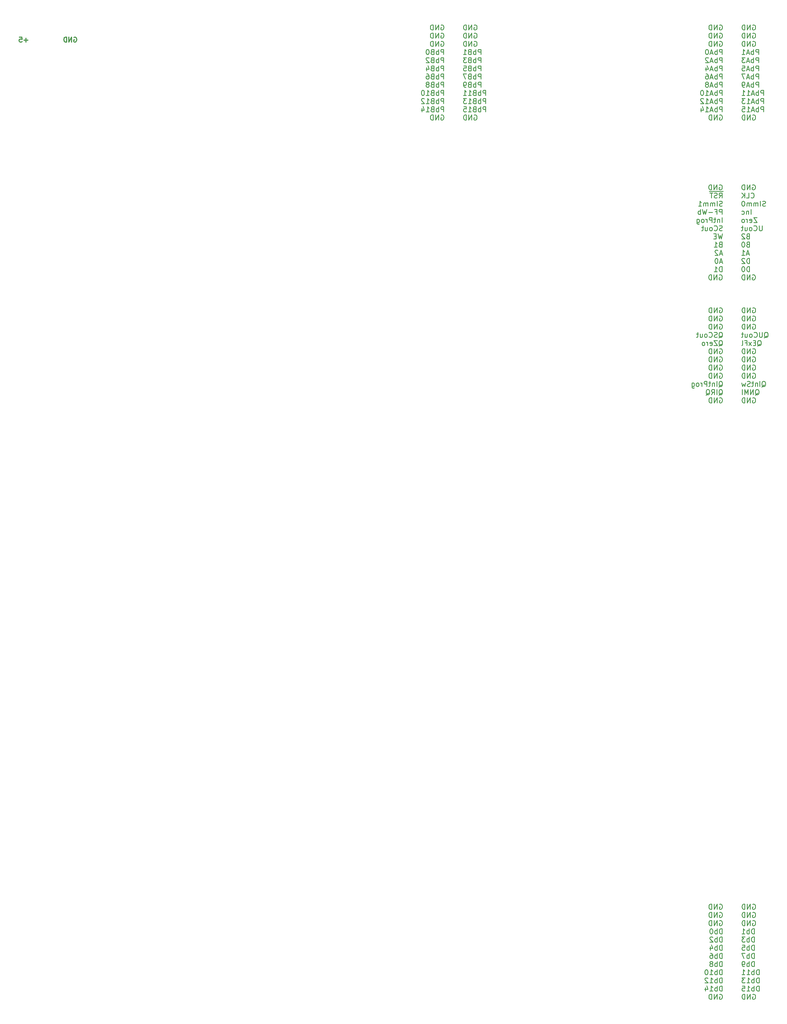
<source format=gbr>
%TF.GenerationSoftware,KiCad,Pcbnew,6.0.7-f9a2dced07~116~ubuntu20.04.1*%
%TF.CreationDate,2022-09-16T12:59:34+02:00*%
%TF.ProjectId,px16_regfile,70783136-5f72-4656-9766-696c652e6b69,2*%
%TF.SameCoordinates,Original*%
%TF.FileFunction,Legend,Bot*%
%TF.FilePolarity,Positive*%
%FSLAX46Y46*%
G04 Gerber Fmt 4.6, Leading zero omitted, Abs format (unit mm)*
G04 Created by KiCad (PCBNEW 6.0.7-f9a2dced07~116~ubuntu20.04.1) date 2022-09-16 12:59:34*
%MOMM*%
%LPD*%
G01*
G04 APERTURE LIST*
%ADD10C,0.254000*%
%ADD11C,0.300000*%
G04 APERTURE END LIST*
D10*
X281319642Y-324357746D02*
X281469623Y-324282755D01*
X281694595Y-324282755D01*
X281919566Y-324357746D01*
X282069547Y-324507726D01*
X282144538Y-324657707D01*
X282219528Y-324957669D01*
X282219528Y-325182641D01*
X282144538Y-325482603D01*
X282069547Y-325632584D01*
X281919566Y-325782565D01*
X281694595Y-325857555D01*
X281544614Y-325857555D01*
X281319642Y-325782565D01*
X281244652Y-325707574D01*
X281244652Y-325182641D01*
X281544614Y-325182641D01*
X280569738Y-325857555D02*
X280569738Y-324282755D01*
X279669852Y-325857555D01*
X279669852Y-324282755D01*
X278919947Y-325857555D02*
X278919947Y-324282755D01*
X278544995Y-324282755D01*
X278320023Y-324357746D01*
X278170042Y-324507726D01*
X278095052Y-324657707D01*
X278020061Y-324957669D01*
X278020061Y-325182641D01*
X278095052Y-325482603D01*
X278170042Y-325632584D01*
X278320023Y-325782565D01*
X278544995Y-325857555D01*
X278919947Y-325857555D01*
X281319642Y-326893174D02*
X281469623Y-326818183D01*
X281694595Y-326818183D01*
X281919566Y-326893174D01*
X282069547Y-327043154D01*
X282144538Y-327193135D01*
X282219528Y-327493097D01*
X282219528Y-327718069D01*
X282144538Y-328018031D01*
X282069547Y-328168012D01*
X281919566Y-328317993D01*
X281694595Y-328392983D01*
X281544614Y-328392983D01*
X281319642Y-328317993D01*
X281244652Y-328243002D01*
X281244652Y-327718069D01*
X281544614Y-327718069D01*
X280569738Y-328392983D02*
X280569738Y-326818183D01*
X279669852Y-328392983D01*
X279669852Y-326818183D01*
X278919947Y-328392983D02*
X278919947Y-326818183D01*
X278544995Y-326818183D01*
X278320023Y-326893174D01*
X278170042Y-327043154D01*
X278095052Y-327193135D01*
X278020061Y-327493097D01*
X278020061Y-327718069D01*
X278095052Y-328018031D01*
X278170042Y-328168012D01*
X278320023Y-328317993D01*
X278544995Y-328392983D01*
X278919947Y-328392983D01*
X281319642Y-329428602D02*
X281469623Y-329353611D01*
X281694595Y-329353611D01*
X281919566Y-329428602D01*
X282069547Y-329578582D01*
X282144538Y-329728563D01*
X282219528Y-330028525D01*
X282219528Y-330253497D01*
X282144538Y-330553459D01*
X282069547Y-330703440D01*
X281919566Y-330853421D01*
X281694595Y-330928411D01*
X281544614Y-330928411D01*
X281319642Y-330853421D01*
X281244652Y-330778430D01*
X281244652Y-330253497D01*
X281544614Y-330253497D01*
X280569738Y-330928411D02*
X280569738Y-329353611D01*
X279669852Y-330928411D01*
X279669852Y-329353611D01*
X278919947Y-330928411D02*
X278919947Y-329353611D01*
X278544995Y-329353611D01*
X278320023Y-329428602D01*
X278170042Y-329578582D01*
X278095052Y-329728563D01*
X278020061Y-330028525D01*
X278020061Y-330253497D01*
X278095052Y-330553459D01*
X278170042Y-330703440D01*
X278320023Y-330853421D01*
X278544995Y-330928411D01*
X278919947Y-330928411D01*
X281844576Y-333463839D02*
X281844576Y-331889039D01*
X281469623Y-331889039D01*
X281244652Y-331964030D01*
X281094671Y-332114010D01*
X281019680Y-332263991D01*
X280944690Y-332563953D01*
X280944690Y-332788925D01*
X281019680Y-333088887D01*
X281094671Y-333238868D01*
X281244652Y-333388849D01*
X281469623Y-333463839D01*
X281844576Y-333463839D01*
X280269776Y-333463839D02*
X280269776Y-331889039D01*
X280269776Y-332488963D02*
X280119795Y-332413972D01*
X279819833Y-332413972D01*
X279669852Y-332488963D01*
X279594861Y-332563953D01*
X279519871Y-332713934D01*
X279519871Y-333163877D01*
X279594861Y-333313858D01*
X279669852Y-333388849D01*
X279819833Y-333463839D01*
X280119795Y-333463839D01*
X280269776Y-333388849D01*
X278020061Y-333463839D02*
X278919947Y-333463839D01*
X278470004Y-333463839D02*
X278470004Y-331889039D01*
X278619985Y-332114010D01*
X278769966Y-332263991D01*
X278919947Y-332338982D01*
X281844576Y-335999267D02*
X281844576Y-334424467D01*
X281469623Y-334424467D01*
X281244652Y-334499458D01*
X281094671Y-334649438D01*
X281019680Y-334799419D01*
X280944690Y-335099381D01*
X280944690Y-335324353D01*
X281019680Y-335624315D01*
X281094671Y-335774296D01*
X281244652Y-335924277D01*
X281469623Y-335999267D01*
X281844576Y-335999267D01*
X280269776Y-335999267D02*
X280269776Y-334424467D01*
X280269776Y-335024391D02*
X280119795Y-334949400D01*
X279819833Y-334949400D01*
X279669852Y-335024391D01*
X279594861Y-335099381D01*
X279519871Y-335249362D01*
X279519871Y-335699305D01*
X279594861Y-335849286D01*
X279669852Y-335924277D01*
X279819833Y-335999267D01*
X280119795Y-335999267D01*
X280269776Y-335924277D01*
X278994938Y-334424467D02*
X278020061Y-334424467D01*
X278544995Y-335024391D01*
X278320023Y-335024391D01*
X278170042Y-335099381D01*
X278095052Y-335174372D01*
X278020061Y-335324353D01*
X278020061Y-335699305D01*
X278095052Y-335849286D01*
X278170042Y-335924277D01*
X278320023Y-335999267D01*
X278769966Y-335999267D01*
X278919947Y-335924277D01*
X278994938Y-335849286D01*
X281844576Y-338534695D02*
X281844576Y-336959895D01*
X281469623Y-336959895D01*
X281244652Y-337034886D01*
X281094671Y-337184866D01*
X281019680Y-337334847D01*
X280944690Y-337634809D01*
X280944690Y-337859781D01*
X281019680Y-338159743D01*
X281094671Y-338309724D01*
X281244652Y-338459705D01*
X281469623Y-338534695D01*
X281844576Y-338534695D01*
X280269776Y-338534695D02*
X280269776Y-336959895D01*
X280269776Y-337559819D02*
X280119795Y-337484828D01*
X279819833Y-337484828D01*
X279669852Y-337559819D01*
X279594861Y-337634809D01*
X279519871Y-337784790D01*
X279519871Y-338234733D01*
X279594861Y-338384714D01*
X279669852Y-338459705D01*
X279819833Y-338534695D01*
X280119795Y-338534695D01*
X280269776Y-338459705D01*
X278095052Y-336959895D02*
X278844957Y-336959895D01*
X278919947Y-337709800D01*
X278844957Y-337634809D01*
X278694976Y-337559819D01*
X278320023Y-337559819D01*
X278170042Y-337634809D01*
X278095052Y-337709800D01*
X278020061Y-337859781D01*
X278020061Y-338234733D01*
X278095052Y-338384714D01*
X278170042Y-338459705D01*
X278320023Y-338534695D01*
X278694976Y-338534695D01*
X278844957Y-338459705D01*
X278919947Y-338384714D01*
X281844576Y-341070123D02*
X281844576Y-339495323D01*
X281469623Y-339495323D01*
X281244652Y-339570314D01*
X281094671Y-339720294D01*
X281019680Y-339870275D01*
X280944690Y-340170237D01*
X280944690Y-340395209D01*
X281019680Y-340695171D01*
X281094671Y-340845152D01*
X281244652Y-340995133D01*
X281469623Y-341070123D01*
X281844576Y-341070123D01*
X280269776Y-341070123D02*
X280269776Y-339495323D01*
X280269776Y-340095247D02*
X280119795Y-340020256D01*
X279819833Y-340020256D01*
X279669852Y-340095247D01*
X279594861Y-340170237D01*
X279519871Y-340320218D01*
X279519871Y-340770161D01*
X279594861Y-340920142D01*
X279669852Y-340995133D01*
X279819833Y-341070123D01*
X280119795Y-341070123D01*
X280269776Y-340995133D01*
X278994938Y-339495323D02*
X277945071Y-339495323D01*
X278619985Y-341070123D01*
X281844576Y-343605551D02*
X281844576Y-342030751D01*
X281469623Y-342030751D01*
X281244652Y-342105742D01*
X281094671Y-342255722D01*
X281019680Y-342405703D01*
X280944690Y-342705665D01*
X280944690Y-342930637D01*
X281019680Y-343230599D01*
X281094671Y-343380580D01*
X281244652Y-343530561D01*
X281469623Y-343605551D01*
X281844576Y-343605551D01*
X280269776Y-343605551D02*
X280269776Y-342030751D01*
X280269776Y-342630675D02*
X280119795Y-342555684D01*
X279819833Y-342555684D01*
X279669852Y-342630675D01*
X279594861Y-342705665D01*
X279519871Y-342855646D01*
X279519871Y-343305589D01*
X279594861Y-343455570D01*
X279669852Y-343530561D01*
X279819833Y-343605551D01*
X280119795Y-343605551D01*
X280269776Y-343530561D01*
X278769966Y-343605551D02*
X278470004Y-343605551D01*
X278320023Y-343530561D01*
X278245033Y-343455570D01*
X278095052Y-343230599D01*
X278020061Y-342930637D01*
X278020061Y-342330713D01*
X278095052Y-342180732D01*
X278170042Y-342105742D01*
X278320023Y-342030751D01*
X278619985Y-342030751D01*
X278769966Y-342105742D01*
X278844957Y-342180732D01*
X278919947Y-342330713D01*
X278919947Y-342705665D01*
X278844957Y-342855646D01*
X278769966Y-342930637D01*
X278619985Y-343005627D01*
X278320023Y-343005627D01*
X278170042Y-342930637D01*
X278095052Y-342855646D01*
X278020061Y-342705665D01*
X283344385Y-346140979D02*
X283344385Y-344566179D01*
X282969433Y-344566179D01*
X282744461Y-344641170D01*
X282594480Y-344791150D01*
X282519490Y-344941131D01*
X282444500Y-345241093D01*
X282444500Y-345466065D01*
X282519490Y-345766027D01*
X282594480Y-345916008D01*
X282744461Y-346065989D01*
X282969433Y-346140979D01*
X283344385Y-346140979D01*
X281769585Y-346140979D02*
X281769585Y-344566179D01*
X281769585Y-345166103D02*
X281619604Y-345091112D01*
X281319642Y-345091112D01*
X281169661Y-345166103D01*
X281094671Y-345241093D01*
X281019680Y-345391074D01*
X281019680Y-345841017D01*
X281094671Y-345990998D01*
X281169661Y-346065989D01*
X281319642Y-346140979D01*
X281619604Y-346140979D01*
X281769585Y-346065989D01*
X279519871Y-346140979D02*
X280419757Y-346140979D01*
X279969814Y-346140979D02*
X279969814Y-344566179D01*
X280119795Y-344791150D01*
X280269776Y-344941131D01*
X280419757Y-345016122D01*
X278020061Y-346140979D02*
X278919947Y-346140979D01*
X278470004Y-346140979D02*
X278470004Y-344566179D01*
X278619985Y-344791150D01*
X278769966Y-344941131D01*
X278919947Y-345016122D01*
X283344385Y-348676407D02*
X283344385Y-347101607D01*
X282969433Y-347101607D01*
X282744461Y-347176598D01*
X282594480Y-347326578D01*
X282519490Y-347476559D01*
X282444500Y-347776521D01*
X282444500Y-348001493D01*
X282519490Y-348301455D01*
X282594480Y-348451436D01*
X282744461Y-348601417D01*
X282969433Y-348676407D01*
X283344385Y-348676407D01*
X281769585Y-348676407D02*
X281769585Y-347101607D01*
X281769585Y-347701531D02*
X281619604Y-347626540D01*
X281319642Y-347626540D01*
X281169661Y-347701531D01*
X281094671Y-347776521D01*
X281019680Y-347926502D01*
X281019680Y-348376445D01*
X281094671Y-348526426D01*
X281169661Y-348601417D01*
X281319642Y-348676407D01*
X281619604Y-348676407D01*
X281769585Y-348601417D01*
X279519871Y-348676407D02*
X280419757Y-348676407D01*
X279969814Y-348676407D02*
X279969814Y-347101607D01*
X280119795Y-347326578D01*
X280269776Y-347476559D01*
X280419757Y-347551550D01*
X278994938Y-347101607D02*
X278020061Y-347101607D01*
X278544995Y-347701531D01*
X278320023Y-347701531D01*
X278170042Y-347776521D01*
X278095052Y-347851512D01*
X278020061Y-348001493D01*
X278020061Y-348376445D01*
X278095052Y-348526426D01*
X278170042Y-348601417D01*
X278320023Y-348676407D01*
X278769966Y-348676407D01*
X278919947Y-348601417D01*
X278994938Y-348526426D01*
X283344385Y-351211835D02*
X283344385Y-349637035D01*
X282969433Y-349637035D01*
X282744461Y-349712026D01*
X282594480Y-349862006D01*
X282519490Y-350011987D01*
X282444500Y-350311949D01*
X282444500Y-350536921D01*
X282519490Y-350836883D01*
X282594480Y-350986864D01*
X282744461Y-351136845D01*
X282969433Y-351211835D01*
X283344385Y-351211835D01*
X281769585Y-351211835D02*
X281769585Y-349637035D01*
X281769585Y-350236959D02*
X281619604Y-350161968D01*
X281319642Y-350161968D01*
X281169661Y-350236959D01*
X281094671Y-350311949D01*
X281019680Y-350461930D01*
X281019680Y-350911873D01*
X281094671Y-351061854D01*
X281169661Y-351136845D01*
X281319642Y-351211835D01*
X281619604Y-351211835D01*
X281769585Y-351136845D01*
X279519871Y-351211835D02*
X280419757Y-351211835D01*
X279969814Y-351211835D02*
X279969814Y-349637035D01*
X280119795Y-349862006D01*
X280269776Y-350011987D01*
X280419757Y-350086978D01*
X278095052Y-349637035D02*
X278844957Y-349637035D01*
X278919947Y-350386940D01*
X278844957Y-350311949D01*
X278694976Y-350236959D01*
X278320023Y-350236959D01*
X278170042Y-350311949D01*
X278095052Y-350386940D01*
X278020061Y-350536921D01*
X278020061Y-350911873D01*
X278095052Y-351061854D01*
X278170042Y-351136845D01*
X278320023Y-351211835D01*
X278694976Y-351211835D01*
X278844957Y-351136845D01*
X278919947Y-351061854D01*
X281319642Y-352247454D02*
X281469623Y-352172463D01*
X281694595Y-352172463D01*
X281919566Y-352247454D01*
X282069547Y-352397434D01*
X282144538Y-352547415D01*
X282219528Y-352847377D01*
X282219528Y-353072349D01*
X282144538Y-353372311D01*
X282069547Y-353522292D01*
X281919566Y-353672273D01*
X281694595Y-353747263D01*
X281544614Y-353747263D01*
X281319642Y-353672273D01*
X281244652Y-353597282D01*
X281244652Y-353072349D01*
X281544614Y-353072349D01*
X280569738Y-353747263D02*
X280569738Y-352172463D01*
X279669852Y-353747263D01*
X279669852Y-352172463D01*
X278919947Y-353747263D02*
X278919947Y-352172463D01*
X278544995Y-352172463D01*
X278320023Y-352247454D01*
X278170042Y-352397434D01*
X278095052Y-352547415D01*
X278020061Y-352847377D01*
X278020061Y-353072349D01*
X278095052Y-353372311D01*
X278170042Y-353522292D01*
X278320023Y-353672273D01*
X278544995Y-353747263D01*
X278919947Y-353747263D01*
X271050052Y-324357746D02*
X271200033Y-324282755D01*
X271425004Y-324282755D01*
X271649976Y-324357746D01*
X271799957Y-324507726D01*
X271874947Y-324657707D01*
X271949938Y-324957669D01*
X271949938Y-325182641D01*
X271874947Y-325482603D01*
X271799957Y-325632584D01*
X271649976Y-325782565D01*
X271425004Y-325857555D01*
X271275023Y-325857555D01*
X271050052Y-325782565D01*
X270975061Y-325707574D01*
X270975061Y-325182641D01*
X271275023Y-325182641D01*
X270300147Y-325857555D02*
X270300147Y-324282755D01*
X269400261Y-325857555D01*
X269400261Y-324282755D01*
X268650357Y-325857555D02*
X268650357Y-324282755D01*
X268275404Y-324282755D01*
X268050433Y-324357746D01*
X267900452Y-324507726D01*
X267825461Y-324657707D01*
X267750471Y-324957669D01*
X267750471Y-325182641D01*
X267825461Y-325482603D01*
X267900452Y-325632584D01*
X268050433Y-325782565D01*
X268275404Y-325857555D01*
X268650357Y-325857555D01*
X271050052Y-326893174D02*
X271200033Y-326818183D01*
X271425004Y-326818183D01*
X271649976Y-326893174D01*
X271799957Y-327043154D01*
X271874947Y-327193135D01*
X271949938Y-327493097D01*
X271949938Y-327718069D01*
X271874947Y-328018031D01*
X271799957Y-328168012D01*
X271649976Y-328317993D01*
X271425004Y-328392983D01*
X271275023Y-328392983D01*
X271050052Y-328317993D01*
X270975061Y-328243002D01*
X270975061Y-327718069D01*
X271275023Y-327718069D01*
X270300147Y-328392983D02*
X270300147Y-326818183D01*
X269400261Y-328392983D01*
X269400261Y-326818183D01*
X268650357Y-328392983D02*
X268650357Y-326818183D01*
X268275404Y-326818183D01*
X268050433Y-326893174D01*
X267900452Y-327043154D01*
X267825461Y-327193135D01*
X267750471Y-327493097D01*
X267750471Y-327718069D01*
X267825461Y-328018031D01*
X267900452Y-328168012D01*
X268050433Y-328317993D01*
X268275404Y-328392983D01*
X268650357Y-328392983D01*
X271050052Y-329428602D02*
X271200033Y-329353611D01*
X271425004Y-329353611D01*
X271649976Y-329428602D01*
X271799957Y-329578582D01*
X271874947Y-329728563D01*
X271949938Y-330028525D01*
X271949938Y-330253497D01*
X271874947Y-330553459D01*
X271799957Y-330703440D01*
X271649976Y-330853421D01*
X271425004Y-330928411D01*
X271275023Y-330928411D01*
X271050052Y-330853421D01*
X270975061Y-330778430D01*
X270975061Y-330253497D01*
X271275023Y-330253497D01*
X270300147Y-330928411D02*
X270300147Y-329353611D01*
X269400261Y-330928411D01*
X269400261Y-329353611D01*
X268650357Y-330928411D02*
X268650357Y-329353611D01*
X268275404Y-329353611D01*
X268050433Y-329428602D01*
X267900452Y-329578582D01*
X267825461Y-329728563D01*
X267750471Y-330028525D01*
X267750471Y-330253497D01*
X267825461Y-330553459D01*
X267900452Y-330703440D01*
X268050433Y-330853421D01*
X268275404Y-330928411D01*
X268650357Y-330928411D01*
X271874947Y-333463839D02*
X271874947Y-331889039D01*
X271499995Y-331889039D01*
X271275023Y-331964030D01*
X271125042Y-332114010D01*
X271050052Y-332263991D01*
X270975061Y-332563953D01*
X270975061Y-332788925D01*
X271050052Y-333088887D01*
X271125042Y-333238868D01*
X271275023Y-333388849D01*
X271499995Y-333463839D01*
X271874947Y-333463839D01*
X270300147Y-333463839D02*
X270300147Y-331889039D01*
X270300147Y-332488963D02*
X270150166Y-332413972D01*
X269850204Y-332413972D01*
X269700223Y-332488963D01*
X269625233Y-332563953D01*
X269550242Y-332713934D01*
X269550242Y-333163877D01*
X269625233Y-333313858D01*
X269700223Y-333388849D01*
X269850204Y-333463839D01*
X270150166Y-333463839D01*
X270300147Y-333388849D01*
X268575366Y-331889039D02*
X268425385Y-331889039D01*
X268275404Y-331964030D01*
X268200414Y-332039020D01*
X268125423Y-332189001D01*
X268050433Y-332488963D01*
X268050433Y-332863915D01*
X268125423Y-333163877D01*
X268200414Y-333313858D01*
X268275404Y-333388849D01*
X268425385Y-333463839D01*
X268575366Y-333463839D01*
X268725347Y-333388849D01*
X268800338Y-333313858D01*
X268875328Y-333163877D01*
X268950319Y-332863915D01*
X268950319Y-332488963D01*
X268875328Y-332189001D01*
X268800338Y-332039020D01*
X268725347Y-331964030D01*
X268575366Y-331889039D01*
X271874947Y-335999267D02*
X271874947Y-334424467D01*
X271499995Y-334424467D01*
X271275023Y-334499458D01*
X271125042Y-334649438D01*
X271050052Y-334799419D01*
X270975061Y-335099381D01*
X270975061Y-335324353D01*
X271050052Y-335624315D01*
X271125042Y-335774296D01*
X271275023Y-335924277D01*
X271499995Y-335999267D01*
X271874947Y-335999267D01*
X270300147Y-335999267D02*
X270300147Y-334424467D01*
X270300147Y-335024391D02*
X270150166Y-334949400D01*
X269850204Y-334949400D01*
X269700223Y-335024391D01*
X269625233Y-335099381D01*
X269550242Y-335249362D01*
X269550242Y-335699305D01*
X269625233Y-335849286D01*
X269700223Y-335924277D01*
X269850204Y-335999267D01*
X270150166Y-335999267D01*
X270300147Y-335924277D01*
X268950319Y-334574448D02*
X268875328Y-334499458D01*
X268725347Y-334424467D01*
X268350395Y-334424467D01*
X268200414Y-334499458D01*
X268125423Y-334574448D01*
X268050433Y-334724429D01*
X268050433Y-334874410D01*
X268125423Y-335099381D01*
X269025309Y-335999267D01*
X268050433Y-335999267D01*
X271874947Y-338534695D02*
X271874947Y-336959895D01*
X271499995Y-336959895D01*
X271275023Y-337034886D01*
X271125042Y-337184866D01*
X271050052Y-337334847D01*
X270975061Y-337634809D01*
X270975061Y-337859781D01*
X271050052Y-338159743D01*
X271125042Y-338309724D01*
X271275023Y-338459705D01*
X271499995Y-338534695D01*
X271874947Y-338534695D01*
X270300147Y-338534695D02*
X270300147Y-336959895D01*
X270300147Y-337559819D02*
X270150166Y-337484828D01*
X269850204Y-337484828D01*
X269700223Y-337559819D01*
X269625233Y-337634809D01*
X269550242Y-337784790D01*
X269550242Y-338234733D01*
X269625233Y-338384714D01*
X269700223Y-338459705D01*
X269850204Y-338534695D01*
X270150166Y-338534695D01*
X270300147Y-338459705D01*
X268200414Y-337484828D02*
X268200414Y-338534695D01*
X268575366Y-336884905D02*
X268950319Y-338009762D01*
X267975442Y-338009762D01*
X271874947Y-341070123D02*
X271874947Y-339495323D01*
X271499995Y-339495323D01*
X271275023Y-339570314D01*
X271125042Y-339720294D01*
X271050052Y-339870275D01*
X270975061Y-340170237D01*
X270975061Y-340395209D01*
X271050052Y-340695171D01*
X271125042Y-340845152D01*
X271275023Y-340995133D01*
X271499995Y-341070123D01*
X271874947Y-341070123D01*
X270300147Y-341070123D02*
X270300147Y-339495323D01*
X270300147Y-340095247D02*
X270150166Y-340020256D01*
X269850204Y-340020256D01*
X269700223Y-340095247D01*
X269625233Y-340170237D01*
X269550242Y-340320218D01*
X269550242Y-340770161D01*
X269625233Y-340920142D01*
X269700223Y-340995133D01*
X269850204Y-341070123D01*
X270150166Y-341070123D01*
X270300147Y-340995133D01*
X268200414Y-339495323D02*
X268500376Y-339495323D01*
X268650357Y-339570314D01*
X268725347Y-339645304D01*
X268875328Y-339870275D01*
X268950319Y-340170237D01*
X268950319Y-340770161D01*
X268875328Y-340920142D01*
X268800338Y-340995133D01*
X268650357Y-341070123D01*
X268350395Y-341070123D01*
X268200414Y-340995133D01*
X268125423Y-340920142D01*
X268050433Y-340770161D01*
X268050433Y-340395209D01*
X268125423Y-340245228D01*
X268200414Y-340170237D01*
X268350395Y-340095247D01*
X268650357Y-340095247D01*
X268800338Y-340170237D01*
X268875328Y-340245228D01*
X268950319Y-340395209D01*
X271874947Y-343605551D02*
X271874947Y-342030751D01*
X271499995Y-342030751D01*
X271275023Y-342105742D01*
X271125042Y-342255722D01*
X271050052Y-342405703D01*
X270975061Y-342705665D01*
X270975061Y-342930637D01*
X271050052Y-343230599D01*
X271125042Y-343380580D01*
X271275023Y-343530561D01*
X271499995Y-343605551D01*
X271874947Y-343605551D01*
X270300147Y-343605551D02*
X270300147Y-342030751D01*
X270300147Y-342630675D02*
X270150166Y-342555684D01*
X269850204Y-342555684D01*
X269700223Y-342630675D01*
X269625233Y-342705665D01*
X269550242Y-342855646D01*
X269550242Y-343305589D01*
X269625233Y-343455570D01*
X269700223Y-343530561D01*
X269850204Y-343605551D01*
X270150166Y-343605551D01*
X270300147Y-343530561D01*
X268650357Y-342705665D02*
X268800338Y-342630675D01*
X268875328Y-342555684D01*
X268950319Y-342405703D01*
X268950319Y-342330713D01*
X268875328Y-342180732D01*
X268800338Y-342105742D01*
X268650357Y-342030751D01*
X268350395Y-342030751D01*
X268200414Y-342105742D01*
X268125423Y-342180732D01*
X268050433Y-342330713D01*
X268050433Y-342405703D01*
X268125423Y-342555684D01*
X268200414Y-342630675D01*
X268350395Y-342705665D01*
X268650357Y-342705665D01*
X268800338Y-342780656D01*
X268875328Y-342855646D01*
X268950319Y-343005627D01*
X268950319Y-343305589D01*
X268875328Y-343455570D01*
X268800338Y-343530561D01*
X268650357Y-343605551D01*
X268350395Y-343605551D01*
X268200414Y-343530561D01*
X268125423Y-343455570D01*
X268050433Y-343305589D01*
X268050433Y-343005627D01*
X268125423Y-342855646D01*
X268200414Y-342780656D01*
X268350395Y-342705665D01*
X271874947Y-346140979D02*
X271874947Y-344566179D01*
X271499995Y-344566179D01*
X271275023Y-344641170D01*
X271125042Y-344791150D01*
X271050052Y-344941131D01*
X270975061Y-345241093D01*
X270975061Y-345466065D01*
X271050052Y-345766027D01*
X271125042Y-345916008D01*
X271275023Y-346065989D01*
X271499995Y-346140979D01*
X271874947Y-346140979D01*
X270300147Y-346140979D02*
X270300147Y-344566179D01*
X270300147Y-345166103D02*
X270150166Y-345091112D01*
X269850204Y-345091112D01*
X269700223Y-345166103D01*
X269625233Y-345241093D01*
X269550242Y-345391074D01*
X269550242Y-345841017D01*
X269625233Y-345990998D01*
X269700223Y-346065989D01*
X269850204Y-346140979D01*
X270150166Y-346140979D01*
X270300147Y-346065989D01*
X268050433Y-346140979D02*
X268950319Y-346140979D01*
X268500376Y-346140979D02*
X268500376Y-344566179D01*
X268650357Y-344791150D01*
X268800338Y-344941131D01*
X268950319Y-345016122D01*
X267075557Y-344566179D02*
X266925576Y-344566179D01*
X266775595Y-344641170D01*
X266700604Y-344716160D01*
X266625614Y-344866141D01*
X266550623Y-345166103D01*
X266550623Y-345541055D01*
X266625614Y-345841017D01*
X266700604Y-345990998D01*
X266775595Y-346065989D01*
X266925576Y-346140979D01*
X267075557Y-346140979D01*
X267225538Y-346065989D01*
X267300528Y-345990998D01*
X267375519Y-345841017D01*
X267450509Y-345541055D01*
X267450509Y-345166103D01*
X267375519Y-344866141D01*
X267300528Y-344716160D01*
X267225538Y-344641170D01*
X267075557Y-344566179D01*
X271874947Y-348676407D02*
X271874947Y-347101607D01*
X271499995Y-347101607D01*
X271275023Y-347176598D01*
X271125042Y-347326578D01*
X271050052Y-347476559D01*
X270975061Y-347776521D01*
X270975061Y-348001493D01*
X271050052Y-348301455D01*
X271125042Y-348451436D01*
X271275023Y-348601417D01*
X271499995Y-348676407D01*
X271874947Y-348676407D01*
X270300147Y-348676407D02*
X270300147Y-347101607D01*
X270300147Y-347701531D02*
X270150166Y-347626540D01*
X269850204Y-347626540D01*
X269700223Y-347701531D01*
X269625233Y-347776521D01*
X269550242Y-347926502D01*
X269550242Y-348376445D01*
X269625233Y-348526426D01*
X269700223Y-348601417D01*
X269850204Y-348676407D01*
X270150166Y-348676407D01*
X270300147Y-348601417D01*
X268050433Y-348676407D02*
X268950319Y-348676407D01*
X268500376Y-348676407D02*
X268500376Y-347101607D01*
X268650357Y-347326578D01*
X268800338Y-347476559D01*
X268950319Y-347551550D01*
X267450509Y-347251588D02*
X267375519Y-347176598D01*
X267225538Y-347101607D01*
X266850585Y-347101607D01*
X266700604Y-347176598D01*
X266625614Y-347251588D01*
X266550623Y-347401569D01*
X266550623Y-347551550D01*
X266625614Y-347776521D01*
X267525500Y-348676407D01*
X266550623Y-348676407D01*
X271874947Y-351211835D02*
X271874947Y-349637035D01*
X271499995Y-349637035D01*
X271275023Y-349712026D01*
X271125042Y-349862006D01*
X271050052Y-350011987D01*
X270975061Y-350311949D01*
X270975061Y-350536921D01*
X271050052Y-350836883D01*
X271125042Y-350986864D01*
X271275023Y-351136845D01*
X271499995Y-351211835D01*
X271874947Y-351211835D01*
X270300147Y-351211835D02*
X270300147Y-349637035D01*
X270300147Y-350236959D02*
X270150166Y-350161968D01*
X269850204Y-350161968D01*
X269700223Y-350236959D01*
X269625233Y-350311949D01*
X269550242Y-350461930D01*
X269550242Y-350911873D01*
X269625233Y-351061854D01*
X269700223Y-351136845D01*
X269850204Y-351211835D01*
X270150166Y-351211835D01*
X270300147Y-351136845D01*
X268050433Y-351211835D02*
X268950319Y-351211835D01*
X268500376Y-351211835D02*
X268500376Y-349637035D01*
X268650357Y-349862006D01*
X268800338Y-350011987D01*
X268950319Y-350086978D01*
X266700604Y-350161968D02*
X266700604Y-351211835D01*
X267075557Y-349562045D02*
X267450509Y-350686902D01*
X266475633Y-350686902D01*
X271050052Y-352247454D02*
X271200033Y-352172463D01*
X271425004Y-352172463D01*
X271649976Y-352247454D01*
X271799957Y-352397434D01*
X271874947Y-352547415D01*
X271949938Y-352847377D01*
X271949938Y-353072349D01*
X271874947Y-353372311D01*
X271799957Y-353522292D01*
X271649976Y-353672273D01*
X271425004Y-353747263D01*
X271275023Y-353747263D01*
X271050052Y-353672273D01*
X270975061Y-353597282D01*
X270975061Y-353072349D01*
X271275023Y-353072349D01*
X270300147Y-353747263D02*
X270300147Y-352172463D01*
X269400261Y-353747263D01*
X269400261Y-352172463D01*
X268650357Y-353747263D02*
X268650357Y-352172463D01*
X268275404Y-352172463D01*
X268050433Y-352247454D01*
X267900452Y-352397434D01*
X267825461Y-352547415D01*
X267750471Y-352847377D01*
X267750471Y-353072349D01*
X267825461Y-353372311D01*
X267900452Y-353522292D01*
X268050433Y-353672273D01*
X268275404Y-353747263D01*
X268650357Y-353747263D01*
X271050052Y-139572746D02*
X271200033Y-139497755D01*
X271425004Y-139497755D01*
X271649976Y-139572746D01*
X271799957Y-139722726D01*
X271874947Y-139872707D01*
X271949938Y-140172669D01*
X271949938Y-140397641D01*
X271874947Y-140697603D01*
X271799957Y-140847584D01*
X271649976Y-140997565D01*
X271425004Y-141072555D01*
X271275023Y-141072555D01*
X271050052Y-140997565D01*
X270975061Y-140922574D01*
X270975061Y-140397641D01*
X271275023Y-140397641D01*
X270300147Y-141072555D02*
X270300147Y-139497755D01*
X269400261Y-141072555D01*
X269400261Y-139497755D01*
X268650357Y-141072555D02*
X268650357Y-139497755D01*
X268275404Y-139497755D01*
X268050433Y-139572746D01*
X267900452Y-139722726D01*
X267825461Y-139872707D01*
X267750471Y-140172669D01*
X267750471Y-140397641D01*
X267825461Y-140697603D01*
X267900452Y-140847584D01*
X268050433Y-140997565D01*
X268275404Y-141072555D01*
X268650357Y-141072555D01*
X271050052Y-142108174D02*
X271200033Y-142033183D01*
X271425004Y-142033183D01*
X271649976Y-142108174D01*
X271799957Y-142258154D01*
X271874947Y-142408135D01*
X271949938Y-142708097D01*
X271949938Y-142933069D01*
X271874947Y-143233031D01*
X271799957Y-143383012D01*
X271649976Y-143532993D01*
X271425004Y-143607983D01*
X271275023Y-143607983D01*
X271050052Y-143532993D01*
X270975061Y-143458002D01*
X270975061Y-142933069D01*
X271275023Y-142933069D01*
X270300147Y-143607983D02*
X270300147Y-142033183D01*
X269400261Y-143607983D01*
X269400261Y-142033183D01*
X268650357Y-143607983D02*
X268650357Y-142033183D01*
X268275404Y-142033183D01*
X268050433Y-142108174D01*
X267900452Y-142258154D01*
X267825461Y-142408135D01*
X267750471Y-142708097D01*
X267750471Y-142933069D01*
X267825461Y-143233031D01*
X267900452Y-143383012D01*
X268050433Y-143532993D01*
X268275404Y-143607983D01*
X268650357Y-143607983D01*
X271050052Y-144643602D02*
X271200033Y-144568611D01*
X271425004Y-144568611D01*
X271649976Y-144643602D01*
X271799957Y-144793582D01*
X271874947Y-144943563D01*
X271949938Y-145243525D01*
X271949938Y-145468497D01*
X271874947Y-145768459D01*
X271799957Y-145918440D01*
X271649976Y-146068421D01*
X271425004Y-146143411D01*
X271275023Y-146143411D01*
X271050052Y-146068421D01*
X270975061Y-145993430D01*
X270975061Y-145468497D01*
X271275023Y-145468497D01*
X270300147Y-146143411D02*
X270300147Y-144568611D01*
X269400261Y-146143411D01*
X269400261Y-144568611D01*
X268650357Y-146143411D02*
X268650357Y-144568611D01*
X268275404Y-144568611D01*
X268050433Y-144643602D01*
X267900452Y-144793582D01*
X267825461Y-144943563D01*
X267750471Y-145243525D01*
X267750471Y-145468497D01*
X267825461Y-145768459D01*
X267900452Y-145918440D01*
X268050433Y-146068421D01*
X268275404Y-146143411D01*
X268650357Y-146143411D01*
X270825080Y-148828820D02*
X270975061Y-148753830D01*
X271125042Y-148603849D01*
X271350014Y-148378877D01*
X271499995Y-148303887D01*
X271649976Y-148303887D01*
X271574985Y-148678839D02*
X271724966Y-148603849D01*
X271874947Y-148453868D01*
X271949938Y-148153906D01*
X271949938Y-147628972D01*
X271874947Y-147329010D01*
X271724966Y-147179030D01*
X271574985Y-147104039D01*
X271275023Y-147104039D01*
X271125042Y-147179030D01*
X270975061Y-147329010D01*
X270900071Y-147628972D01*
X270900071Y-148153906D01*
X270975061Y-148453868D01*
X271125042Y-148603849D01*
X271275023Y-148678839D01*
X271574985Y-148678839D01*
X270300147Y-148603849D02*
X270075176Y-148678839D01*
X269700223Y-148678839D01*
X269550242Y-148603849D01*
X269475252Y-148528858D01*
X269400261Y-148378877D01*
X269400261Y-148228896D01*
X269475252Y-148078915D01*
X269550242Y-148003925D01*
X269700223Y-147928934D01*
X270000185Y-147853944D01*
X270150166Y-147778953D01*
X270225157Y-147703963D01*
X270300147Y-147553982D01*
X270300147Y-147404001D01*
X270225157Y-147254020D01*
X270150166Y-147179030D01*
X270000185Y-147104039D01*
X269625233Y-147104039D01*
X269400261Y-147179030D01*
X267825461Y-148528858D02*
X267900452Y-148603849D01*
X268125423Y-148678839D01*
X268275404Y-148678839D01*
X268500376Y-148603849D01*
X268650357Y-148453868D01*
X268725347Y-148303887D01*
X268800338Y-148003925D01*
X268800338Y-147778953D01*
X268725347Y-147478991D01*
X268650357Y-147329010D01*
X268500376Y-147179030D01*
X268275404Y-147104039D01*
X268125423Y-147104039D01*
X267900452Y-147179030D01*
X267825461Y-147254020D01*
X266925576Y-148678839D02*
X267075557Y-148603849D01*
X267150547Y-148528858D01*
X267225538Y-148378877D01*
X267225538Y-147928934D01*
X267150547Y-147778953D01*
X267075557Y-147703963D01*
X266925576Y-147628972D01*
X266700604Y-147628972D01*
X266550623Y-147703963D01*
X266475633Y-147778953D01*
X266400642Y-147928934D01*
X266400642Y-148378877D01*
X266475633Y-148528858D01*
X266550623Y-148603849D01*
X266700604Y-148678839D01*
X266925576Y-148678839D01*
X265050814Y-147628972D02*
X265050814Y-148678839D01*
X265725728Y-147628972D02*
X265725728Y-148453868D01*
X265650738Y-148603849D01*
X265500757Y-148678839D01*
X265275785Y-148678839D01*
X265125804Y-148603849D01*
X265050814Y-148528858D01*
X264525880Y-147628972D02*
X263925957Y-147628972D01*
X264300909Y-147104039D02*
X264300909Y-148453868D01*
X264225919Y-148603849D01*
X264075938Y-148678839D01*
X263925957Y-148678839D01*
X270825080Y-151364248D02*
X270975061Y-151289258D01*
X271125042Y-151139277D01*
X271350014Y-150914305D01*
X271499995Y-150839315D01*
X271649976Y-150839315D01*
X271574985Y-151214267D02*
X271724966Y-151139277D01*
X271874947Y-150989296D01*
X271949938Y-150689334D01*
X271949938Y-150164400D01*
X271874947Y-149864438D01*
X271724966Y-149714458D01*
X271574985Y-149639467D01*
X271275023Y-149639467D01*
X271125042Y-149714458D01*
X270975061Y-149864438D01*
X270900071Y-150164400D01*
X270900071Y-150689334D01*
X270975061Y-150989296D01*
X271125042Y-151139277D01*
X271275023Y-151214267D01*
X271574985Y-151214267D01*
X270375138Y-149639467D02*
X269325271Y-149639467D01*
X270375138Y-151214267D01*
X269325271Y-151214267D01*
X268125423Y-151139277D02*
X268275404Y-151214267D01*
X268575366Y-151214267D01*
X268725347Y-151139277D01*
X268800338Y-150989296D01*
X268800338Y-150389372D01*
X268725347Y-150239391D01*
X268575366Y-150164400D01*
X268275404Y-150164400D01*
X268125423Y-150239391D01*
X268050433Y-150389372D01*
X268050433Y-150539353D01*
X268800338Y-150689334D01*
X267375519Y-151214267D02*
X267375519Y-150164400D01*
X267375519Y-150464362D02*
X267300528Y-150314381D01*
X267225538Y-150239391D01*
X267075557Y-150164400D01*
X266925576Y-150164400D01*
X266175671Y-151214267D02*
X266325652Y-151139277D01*
X266400642Y-151064286D01*
X266475633Y-150914305D01*
X266475633Y-150464362D01*
X266400642Y-150314381D01*
X266325652Y-150239391D01*
X266175671Y-150164400D01*
X265950700Y-150164400D01*
X265800719Y-150239391D01*
X265725728Y-150314381D01*
X265650738Y-150464362D01*
X265650738Y-150914305D01*
X265725728Y-151064286D01*
X265800719Y-151139277D01*
X265950700Y-151214267D01*
X266175671Y-151214267D01*
X271050052Y-152249886D02*
X271200033Y-152174895D01*
X271425004Y-152174895D01*
X271649976Y-152249886D01*
X271799957Y-152399866D01*
X271874947Y-152549847D01*
X271949938Y-152849809D01*
X271949938Y-153074781D01*
X271874947Y-153374743D01*
X271799957Y-153524724D01*
X271649976Y-153674705D01*
X271425004Y-153749695D01*
X271275023Y-153749695D01*
X271050052Y-153674705D01*
X270975061Y-153599714D01*
X270975061Y-153074781D01*
X271275023Y-153074781D01*
X270300147Y-153749695D02*
X270300147Y-152174895D01*
X269400261Y-153749695D01*
X269400261Y-152174895D01*
X268650357Y-153749695D02*
X268650357Y-152174895D01*
X268275404Y-152174895D01*
X268050433Y-152249886D01*
X267900452Y-152399866D01*
X267825461Y-152549847D01*
X267750471Y-152849809D01*
X267750471Y-153074781D01*
X267825461Y-153374743D01*
X267900452Y-153524724D01*
X268050433Y-153674705D01*
X268275404Y-153749695D01*
X268650357Y-153749695D01*
X271050052Y-154785314D02*
X271200033Y-154710323D01*
X271425004Y-154710323D01*
X271649976Y-154785314D01*
X271799957Y-154935294D01*
X271874947Y-155085275D01*
X271949938Y-155385237D01*
X271949938Y-155610209D01*
X271874947Y-155910171D01*
X271799957Y-156060152D01*
X271649976Y-156210133D01*
X271425004Y-156285123D01*
X271275023Y-156285123D01*
X271050052Y-156210133D01*
X270975061Y-156135142D01*
X270975061Y-155610209D01*
X271275023Y-155610209D01*
X270300147Y-156285123D02*
X270300147Y-154710323D01*
X269400261Y-156285123D01*
X269400261Y-154710323D01*
X268650357Y-156285123D02*
X268650357Y-154710323D01*
X268275404Y-154710323D01*
X268050433Y-154785314D01*
X267900452Y-154935294D01*
X267825461Y-155085275D01*
X267750471Y-155385237D01*
X267750471Y-155610209D01*
X267825461Y-155910171D01*
X267900452Y-156060152D01*
X268050433Y-156210133D01*
X268275404Y-156285123D01*
X268650357Y-156285123D01*
X271050052Y-157320742D02*
X271200033Y-157245751D01*
X271425004Y-157245751D01*
X271649976Y-157320742D01*
X271799957Y-157470722D01*
X271874947Y-157620703D01*
X271949938Y-157920665D01*
X271949938Y-158145637D01*
X271874947Y-158445599D01*
X271799957Y-158595580D01*
X271649976Y-158745561D01*
X271425004Y-158820551D01*
X271275023Y-158820551D01*
X271050052Y-158745561D01*
X270975061Y-158670570D01*
X270975061Y-158145637D01*
X271275023Y-158145637D01*
X270300147Y-158820551D02*
X270300147Y-157245751D01*
X269400261Y-158820551D01*
X269400261Y-157245751D01*
X268650357Y-158820551D02*
X268650357Y-157245751D01*
X268275404Y-157245751D01*
X268050433Y-157320742D01*
X267900452Y-157470722D01*
X267825461Y-157620703D01*
X267750471Y-157920665D01*
X267750471Y-158145637D01*
X267825461Y-158445599D01*
X267900452Y-158595580D01*
X268050433Y-158745561D01*
X268275404Y-158820551D01*
X268650357Y-158820551D01*
X271050052Y-159856170D02*
X271200033Y-159781179D01*
X271425004Y-159781179D01*
X271649976Y-159856170D01*
X271799957Y-160006150D01*
X271874947Y-160156131D01*
X271949938Y-160456093D01*
X271949938Y-160681065D01*
X271874947Y-160981027D01*
X271799957Y-161131008D01*
X271649976Y-161280989D01*
X271425004Y-161355979D01*
X271275023Y-161355979D01*
X271050052Y-161280989D01*
X270975061Y-161205998D01*
X270975061Y-160681065D01*
X271275023Y-160681065D01*
X270300147Y-161355979D02*
X270300147Y-159781179D01*
X269400261Y-161355979D01*
X269400261Y-159781179D01*
X268650357Y-161355979D02*
X268650357Y-159781179D01*
X268275404Y-159781179D01*
X268050433Y-159856170D01*
X267900452Y-160006150D01*
X267825461Y-160156131D01*
X267750471Y-160456093D01*
X267750471Y-160681065D01*
X267825461Y-160981027D01*
X267900452Y-161131008D01*
X268050433Y-161280989D01*
X268275404Y-161355979D01*
X268650357Y-161355979D01*
X270825080Y-164041388D02*
X270975061Y-163966398D01*
X271125042Y-163816417D01*
X271350014Y-163591445D01*
X271499995Y-163516455D01*
X271649976Y-163516455D01*
X271574985Y-163891407D02*
X271724966Y-163816417D01*
X271874947Y-163666436D01*
X271949938Y-163366474D01*
X271949938Y-162841540D01*
X271874947Y-162541578D01*
X271724966Y-162391598D01*
X271574985Y-162316607D01*
X271275023Y-162316607D01*
X271125042Y-162391598D01*
X270975061Y-162541578D01*
X270900071Y-162841540D01*
X270900071Y-163366474D01*
X270975061Y-163666436D01*
X271125042Y-163816417D01*
X271275023Y-163891407D01*
X271574985Y-163891407D01*
X270225157Y-163891407D02*
X270225157Y-162316607D01*
X269475252Y-162841540D02*
X269475252Y-163891407D01*
X269475252Y-162991521D02*
X269400261Y-162916531D01*
X269250280Y-162841540D01*
X269025309Y-162841540D01*
X268875328Y-162916531D01*
X268800338Y-163066512D01*
X268800338Y-163891407D01*
X268275404Y-162841540D02*
X267675480Y-162841540D01*
X268050433Y-162316607D02*
X268050433Y-163666436D01*
X267975442Y-163816417D01*
X267825461Y-163891407D01*
X267675480Y-163891407D01*
X267150547Y-163891407D02*
X267150547Y-162316607D01*
X266550623Y-162316607D01*
X266400642Y-162391598D01*
X266325652Y-162466588D01*
X266250661Y-162616569D01*
X266250661Y-162841540D01*
X266325652Y-162991521D01*
X266400642Y-163066512D01*
X266550623Y-163141502D01*
X267150547Y-163141502D01*
X265575747Y-163891407D02*
X265575747Y-162841540D01*
X265575747Y-163141502D02*
X265500757Y-162991521D01*
X265425766Y-162916531D01*
X265275785Y-162841540D01*
X265125804Y-162841540D01*
X264375900Y-163891407D02*
X264525880Y-163816417D01*
X264600871Y-163741426D01*
X264675861Y-163591445D01*
X264675861Y-163141502D01*
X264600871Y-162991521D01*
X264525880Y-162916531D01*
X264375900Y-162841540D01*
X264150928Y-162841540D01*
X264000947Y-162916531D01*
X263925957Y-162991521D01*
X263850966Y-163141502D01*
X263850966Y-163591445D01*
X263925957Y-163741426D01*
X264000947Y-163816417D01*
X264150928Y-163891407D01*
X264375900Y-163891407D01*
X262501138Y-162841540D02*
X262501138Y-164116378D01*
X262576128Y-164266359D01*
X262651119Y-164341350D01*
X262801100Y-164416340D01*
X263026071Y-164416340D01*
X263176052Y-164341350D01*
X262501138Y-163816417D02*
X262651119Y-163891407D01*
X262951080Y-163891407D01*
X263101061Y-163816417D01*
X263176052Y-163741426D01*
X263251042Y-163591445D01*
X263251042Y-163141502D01*
X263176052Y-162991521D01*
X263101061Y-162916531D01*
X262951080Y-162841540D01*
X262651119Y-162841540D01*
X262501138Y-162916531D01*
X270825080Y-166576816D02*
X270975061Y-166501826D01*
X271125042Y-166351845D01*
X271350014Y-166126873D01*
X271499995Y-166051883D01*
X271649976Y-166051883D01*
X271574985Y-166426835D02*
X271724966Y-166351845D01*
X271874947Y-166201864D01*
X271949938Y-165901902D01*
X271949938Y-165376968D01*
X271874947Y-165077006D01*
X271724966Y-164927026D01*
X271574985Y-164852035D01*
X271275023Y-164852035D01*
X271125042Y-164927026D01*
X270975061Y-165077006D01*
X270900071Y-165376968D01*
X270900071Y-165901902D01*
X270975061Y-166201864D01*
X271125042Y-166351845D01*
X271275023Y-166426835D01*
X271574985Y-166426835D01*
X270225157Y-166426835D02*
X270225157Y-164852035D01*
X268575366Y-166426835D02*
X269100300Y-165676930D01*
X269475252Y-166426835D02*
X269475252Y-164852035D01*
X268875328Y-164852035D01*
X268725347Y-164927026D01*
X268650357Y-165002016D01*
X268575366Y-165151997D01*
X268575366Y-165376968D01*
X268650357Y-165526949D01*
X268725347Y-165601940D01*
X268875328Y-165676930D01*
X269475252Y-165676930D01*
X266850585Y-166576816D02*
X267000566Y-166501826D01*
X267150547Y-166351845D01*
X267375519Y-166126873D01*
X267525500Y-166051883D01*
X267675480Y-166051883D01*
X267600490Y-166426835D02*
X267750471Y-166351845D01*
X267900452Y-166201864D01*
X267975442Y-165901902D01*
X267975442Y-165376968D01*
X267900452Y-165077006D01*
X267750471Y-164927026D01*
X267600490Y-164852035D01*
X267300528Y-164852035D01*
X267150547Y-164927026D01*
X267000566Y-165077006D01*
X266925576Y-165376968D01*
X266925576Y-165901902D01*
X267000566Y-166201864D01*
X267150547Y-166351845D01*
X267300528Y-166426835D01*
X267600490Y-166426835D01*
X271050052Y-167462454D02*
X271200033Y-167387463D01*
X271425004Y-167387463D01*
X271649976Y-167462454D01*
X271799957Y-167612434D01*
X271874947Y-167762415D01*
X271949938Y-168062377D01*
X271949938Y-168287349D01*
X271874947Y-168587311D01*
X271799957Y-168737292D01*
X271649976Y-168887273D01*
X271425004Y-168962263D01*
X271275023Y-168962263D01*
X271050052Y-168887273D01*
X270975061Y-168812282D01*
X270975061Y-168287349D01*
X271275023Y-168287349D01*
X270300147Y-168962263D02*
X270300147Y-167387463D01*
X269400261Y-168962263D01*
X269400261Y-167387463D01*
X268650357Y-168962263D02*
X268650357Y-167387463D01*
X268275404Y-167387463D01*
X268050433Y-167462454D01*
X267900452Y-167612434D01*
X267825461Y-167762415D01*
X267750471Y-168062377D01*
X267750471Y-168287349D01*
X267825461Y-168587311D01*
X267900452Y-168737292D01*
X268050433Y-168887273D01*
X268275404Y-168962263D01*
X268650357Y-168962263D01*
X281319642Y-139572746D02*
X281469623Y-139497755D01*
X281694595Y-139497755D01*
X281919566Y-139572746D01*
X282069547Y-139722726D01*
X282144538Y-139872707D01*
X282219528Y-140172669D01*
X282219528Y-140397641D01*
X282144538Y-140697603D01*
X282069547Y-140847584D01*
X281919566Y-140997565D01*
X281694595Y-141072555D01*
X281544614Y-141072555D01*
X281319642Y-140997565D01*
X281244652Y-140922574D01*
X281244652Y-140397641D01*
X281544614Y-140397641D01*
X280569738Y-141072555D02*
X280569738Y-139497755D01*
X279669852Y-141072555D01*
X279669852Y-139497755D01*
X278919947Y-141072555D02*
X278919947Y-139497755D01*
X278544995Y-139497755D01*
X278320023Y-139572746D01*
X278170042Y-139722726D01*
X278095052Y-139872707D01*
X278020061Y-140172669D01*
X278020061Y-140397641D01*
X278095052Y-140697603D01*
X278170042Y-140847584D01*
X278320023Y-140997565D01*
X278544995Y-141072555D01*
X278919947Y-141072555D01*
X281319642Y-142108174D02*
X281469623Y-142033183D01*
X281694595Y-142033183D01*
X281919566Y-142108174D01*
X282069547Y-142258154D01*
X282144538Y-142408135D01*
X282219528Y-142708097D01*
X282219528Y-142933069D01*
X282144538Y-143233031D01*
X282069547Y-143383012D01*
X281919566Y-143532993D01*
X281694595Y-143607983D01*
X281544614Y-143607983D01*
X281319642Y-143532993D01*
X281244652Y-143458002D01*
X281244652Y-142933069D01*
X281544614Y-142933069D01*
X280569738Y-143607983D02*
X280569738Y-142033183D01*
X279669852Y-143607983D01*
X279669852Y-142033183D01*
X278919947Y-143607983D02*
X278919947Y-142033183D01*
X278544995Y-142033183D01*
X278320023Y-142108174D01*
X278170042Y-142258154D01*
X278095052Y-142408135D01*
X278020061Y-142708097D01*
X278020061Y-142933069D01*
X278095052Y-143233031D01*
X278170042Y-143383012D01*
X278320023Y-143532993D01*
X278544995Y-143607983D01*
X278919947Y-143607983D01*
X281319642Y-144643602D02*
X281469623Y-144568611D01*
X281694595Y-144568611D01*
X281919566Y-144643602D01*
X282069547Y-144793582D01*
X282144538Y-144943563D01*
X282219528Y-145243525D01*
X282219528Y-145468497D01*
X282144538Y-145768459D01*
X282069547Y-145918440D01*
X281919566Y-146068421D01*
X281694595Y-146143411D01*
X281544614Y-146143411D01*
X281319642Y-146068421D01*
X281244652Y-145993430D01*
X281244652Y-145468497D01*
X281544614Y-145468497D01*
X280569738Y-146143411D02*
X280569738Y-144568611D01*
X279669852Y-146143411D01*
X279669852Y-144568611D01*
X278919947Y-146143411D02*
X278919947Y-144568611D01*
X278544995Y-144568611D01*
X278320023Y-144643602D01*
X278170042Y-144793582D01*
X278095052Y-144943563D01*
X278020061Y-145243525D01*
X278020061Y-145468497D01*
X278095052Y-145768459D01*
X278170042Y-145918440D01*
X278320023Y-146068421D01*
X278544995Y-146143411D01*
X278919947Y-146143411D01*
X284919185Y-148828820D02*
X285069166Y-148753830D01*
X285219147Y-148603849D01*
X285444119Y-148378877D01*
X285594100Y-148303887D01*
X285744080Y-148303887D01*
X285669090Y-148678839D02*
X285819071Y-148603849D01*
X285969052Y-148453868D01*
X286044042Y-148153906D01*
X286044042Y-147628972D01*
X285969052Y-147329010D01*
X285819071Y-147179030D01*
X285669090Y-147104039D01*
X285369128Y-147104039D01*
X285219147Y-147179030D01*
X285069166Y-147329010D01*
X284994176Y-147628972D01*
X284994176Y-148153906D01*
X285069166Y-148453868D01*
X285219147Y-148603849D01*
X285369128Y-148678839D01*
X285669090Y-148678839D01*
X284319261Y-147104039D02*
X284319261Y-148378877D01*
X284244271Y-148528858D01*
X284169280Y-148603849D01*
X284019300Y-148678839D01*
X283719338Y-148678839D01*
X283569357Y-148603849D01*
X283494366Y-148528858D01*
X283419376Y-148378877D01*
X283419376Y-147104039D01*
X281769585Y-148528858D02*
X281844576Y-148603849D01*
X282069547Y-148678839D01*
X282219528Y-148678839D01*
X282444500Y-148603849D01*
X282594480Y-148453868D01*
X282669471Y-148303887D01*
X282744461Y-148003925D01*
X282744461Y-147778953D01*
X282669471Y-147478991D01*
X282594480Y-147329010D01*
X282444500Y-147179030D01*
X282219528Y-147104039D01*
X282069547Y-147104039D01*
X281844576Y-147179030D01*
X281769585Y-147254020D01*
X280869700Y-148678839D02*
X281019680Y-148603849D01*
X281094671Y-148528858D01*
X281169661Y-148378877D01*
X281169661Y-147928934D01*
X281094671Y-147778953D01*
X281019680Y-147703963D01*
X280869700Y-147628972D01*
X280644728Y-147628972D01*
X280494747Y-147703963D01*
X280419757Y-147778953D01*
X280344766Y-147928934D01*
X280344766Y-148378877D01*
X280419757Y-148528858D01*
X280494747Y-148603849D01*
X280644728Y-148678839D01*
X280869700Y-148678839D01*
X278994938Y-147628972D02*
X278994938Y-148678839D01*
X279669852Y-147628972D02*
X279669852Y-148453868D01*
X279594861Y-148603849D01*
X279444880Y-148678839D01*
X279219909Y-148678839D01*
X279069928Y-148603849D01*
X278994938Y-148528858D01*
X278470004Y-147628972D02*
X277870080Y-147628972D01*
X278245033Y-147104039D02*
X278245033Y-148453868D01*
X278170042Y-148603849D01*
X278020061Y-148678839D01*
X277870080Y-148678839D01*
X282819452Y-151364248D02*
X282969433Y-151289258D01*
X283119414Y-151139277D01*
X283344385Y-150914305D01*
X283494366Y-150839315D01*
X283644347Y-150839315D01*
X283569357Y-151214267D02*
X283719338Y-151139277D01*
X283869319Y-150989296D01*
X283944309Y-150689334D01*
X283944309Y-150164400D01*
X283869319Y-149864438D01*
X283719338Y-149714458D01*
X283569357Y-149639467D01*
X283269395Y-149639467D01*
X283119414Y-149714458D01*
X282969433Y-149864438D01*
X282894442Y-150164400D01*
X282894442Y-150689334D01*
X282969433Y-150989296D01*
X283119414Y-151139277D01*
X283269395Y-151214267D01*
X283569357Y-151214267D01*
X282219528Y-150389372D02*
X281694595Y-150389372D01*
X281469623Y-151214267D02*
X282219528Y-151214267D01*
X282219528Y-149639467D01*
X281469623Y-149639467D01*
X280944690Y-151214267D02*
X280119795Y-150164400D01*
X280944690Y-150164400D02*
X280119795Y-151214267D01*
X278994938Y-150389372D02*
X279519871Y-150389372D01*
X279519871Y-151214267D02*
X279519871Y-149639467D01*
X278769966Y-149639467D01*
X277945071Y-151214267D02*
X278095052Y-151139277D01*
X278170042Y-150989296D01*
X278170042Y-149639467D01*
X281319642Y-152249886D02*
X281469623Y-152174895D01*
X281694595Y-152174895D01*
X281919566Y-152249886D01*
X282069547Y-152399866D01*
X282144538Y-152549847D01*
X282219528Y-152849809D01*
X282219528Y-153074781D01*
X282144538Y-153374743D01*
X282069547Y-153524724D01*
X281919566Y-153674705D01*
X281694595Y-153749695D01*
X281544614Y-153749695D01*
X281319642Y-153674705D01*
X281244652Y-153599714D01*
X281244652Y-153074781D01*
X281544614Y-153074781D01*
X280569738Y-153749695D02*
X280569738Y-152174895D01*
X279669852Y-153749695D01*
X279669852Y-152174895D01*
X278919947Y-153749695D02*
X278919947Y-152174895D01*
X278544995Y-152174895D01*
X278320023Y-152249886D01*
X278170042Y-152399866D01*
X278095052Y-152549847D01*
X278020061Y-152849809D01*
X278020061Y-153074781D01*
X278095052Y-153374743D01*
X278170042Y-153524724D01*
X278320023Y-153674705D01*
X278544995Y-153749695D01*
X278919947Y-153749695D01*
X281319642Y-154785314D02*
X281469623Y-154710323D01*
X281694595Y-154710323D01*
X281919566Y-154785314D01*
X282069547Y-154935294D01*
X282144538Y-155085275D01*
X282219528Y-155385237D01*
X282219528Y-155610209D01*
X282144538Y-155910171D01*
X282069547Y-156060152D01*
X281919566Y-156210133D01*
X281694595Y-156285123D01*
X281544614Y-156285123D01*
X281319642Y-156210133D01*
X281244652Y-156135142D01*
X281244652Y-155610209D01*
X281544614Y-155610209D01*
X280569738Y-156285123D02*
X280569738Y-154710323D01*
X279669852Y-156285123D01*
X279669852Y-154710323D01*
X278919947Y-156285123D02*
X278919947Y-154710323D01*
X278544995Y-154710323D01*
X278320023Y-154785314D01*
X278170042Y-154935294D01*
X278095052Y-155085275D01*
X278020061Y-155385237D01*
X278020061Y-155610209D01*
X278095052Y-155910171D01*
X278170042Y-156060152D01*
X278320023Y-156210133D01*
X278544995Y-156285123D01*
X278919947Y-156285123D01*
X281319642Y-157320742D02*
X281469623Y-157245751D01*
X281694595Y-157245751D01*
X281919566Y-157320742D01*
X282069547Y-157470722D01*
X282144538Y-157620703D01*
X282219528Y-157920665D01*
X282219528Y-158145637D01*
X282144538Y-158445599D01*
X282069547Y-158595580D01*
X281919566Y-158745561D01*
X281694595Y-158820551D01*
X281544614Y-158820551D01*
X281319642Y-158745561D01*
X281244652Y-158670570D01*
X281244652Y-158145637D01*
X281544614Y-158145637D01*
X280569738Y-158820551D02*
X280569738Y-157245751D01*
X279669852Y-158820551D01*
X279669852Y-157245751D01*
X278919947Y-158820551D02*
X278919947Y-157245751D01*
X278544995Y-157245751D01*
X278320023Y-157320742D01*
X278170042Y-157470722D01*
X278095052Y-157620703D01*
X278020061Y-157920665D01*
X278020061Y-158145637D01*
X278095052Y-158445599D01*
X278170042Y-158595580D01*
X278320023Y-158745561D01*
X278544995Y-158820551D01*
X278919947Y-158820551D01*
X281319642Y-159856170D02*
X281469623Y-159781179D01*
X281694595Y-159781179D01*
X281919566Y-159856170D01*
X282069547Y-160006150D01*
X282144538Y-160156131D01*
X282219528Y-160456093D01*
X282219528Y-160681065D01*
X282144538Y-160981027D01*
X282069547Y-161131008D01*
X281919566Y-161280989D01*
X281694595Y-161355979D01*
X281544614Y-161355979D01*
X281319642Y-161280989D01*
X281244652Y-161205998D01*
X281244652Y-160681065D01*
X281544614Y-160681065D01*
X280569738Y-161355979D02*
X280569738Y-159781179D01*
X279669852Y-161355979D01*
X279669852Y-159781179D01*
X278919947Y-161355979D02*
X278919947Y-159781179D01*
X278544995Y-159781179D01*
X278320023Y-159856170D01*
X278170042Y-160006150D01*
X278095052Y-160156131D01*
X278020061Y-160456093D01*
X278020061Y-160681065D01*
X278095052Y-160981027D01*
X278170042Y-161131008D01*
X278320023Y-161280989D01*
X278544995Y-161355979D01*
X278919947Y-161355979D01*
X284169280Y-164041388D02*
X284319261Y-163966398D01*
X284469242Y-163816417D01*
X284694214Y-163591445D01*
X284844195Y-163516455D01*
X284994176Y-163516455D01*
X284919185Y-163891407D02*
X285069166Y-163816417D01*
X285219147Y-163666436D01*
X285294138Y-163366474D01*
X285294138Y-162841540D01*
X285219147Y-162541578D01*
X285069166Y-162391598D01*
X284919185Y-162316607D01*
X284619223Y-162316607D01*
X284469242Y-162391598D01*
X284319261Y-162541578D01*
X284244271Y-162841540D01*
X284244271Y-163366474D01*
X284319261Y-163666436D01*
X284469242Y-163816417D01*
X284619223Y-163891407D01*
X284919185Y-163891407D01*
X283569357Y-163891407D02*
X283569357Y-162316607D01*
X282819452Y-162841540D02*
X282819452Y-163891407D01*
X282819452Y-162991521D02*
X282744461Y-162916531D01*
X282594480Y-162841540D01*
X282369509Y-162841540D01*
X282219528Y-162916531D01*
X282144538Y-163066512D01*
X282144538Y-163891407D01*
X281619604Y-162841540D02*
X281019680Y-162841540D01*
X281394633Y-162316607D02*
X281394633Y-163666436D01*
X281319642Y-163816417D01*
X281169661Y-163891407D01*
X281019680Y-163891407D01*
X280569738Y-163816417D02*
X280344766Y-163891407D01*
X279969814Y-163891407D01*
X279819833Y-163816417D01*
X279744842Y-163741426D01*
X279669852Y-163591445D01*
X279669852Y-163441464D01*
X279744842Y-163291483D01*
X279819833Y-163216493D01*
X279969814Y-163141502D01*
X280269776Y-163066512D01*
X280419757Y-162991521D01*
X280494747Y-162916531D01*
X280569738Y-162766550D01*
X280569738Y-162616569D01*
X280494747Y-162466588D01*
X280419757Y-162391598D01*
X280269776Y-162316607D01*
X279894823Y-162316607D01*
X279669852Y-162391598D01*
X279144919Y-162841540D02*
X278844957Y-163891407D01*
X278544995Y-163141502D01*
X278245033Y-163891407D01*
X277945071Y-162841540D01*
X282144538Y-166576816D02*
X282294519Y-166501826D01*
X282444500Y-166351845D01*
X282669471Y-166126873D01*
X282819452Y-166051883D01*
X282969433Y-166051883D01*
X282894442Y-166426835D02*
X283044423Y-166351845D01*
X283194404Y-166201864D01*
X283269395Y-165901902D01*
X283269395Y-165376968D01*
X283194404Y-165077006D01*
X283044423Y-164927026D01*
X282894442Y-164852035D01*
X282594480Y-164852035D01*
X282444500Y-164927026D01*
X282294519Y-165077006D01*
X282219528Y-165376968D01*
X282219528Y-165901902D01*
X282294519Y-166201864D01*
X282444500Y-166351845D01*
X282594480Y-166426835D01*
X282894442Y-166426835D01*
X281544614Y-166426835D02*
X281544614Y-164852035D01*
X280644728Y-166426835D01*
X280644728Y-164852035D01*
X279894823Y-166426835D02*
X279894823Y-164852035D01*
X279369890Y-165976892D01*
X278844957Y-164852035D01*
X278844957Y-166426835D01*
X278095052Y-166426835D02*
X278095052Y-164852035D01*
X281319642Y-167462454D02*
X281469623Y-167387463D01*
X281694595Y-167387463D01*
X281919566Y-167462454D01*
X282069547Y-167612434D01*
X282144538Y-167762415D01*
X282219528Y-168062377D01*
X282219528Y-168287349D01*
X282144538Y-168587311D01*
X282069547Y-168737292D01*
X281919566Y-168887273D01*
X281694595Y-168962263D01*
X281544614Y-168962263D01*
X281319642Y-168887273D01*
X281244652Y-168812282D01*
X281244652Y-168287349D01*
X281544614Y-168287349D01*
X280569738Y-168962263D02*
X280569738Y-167387463D01*
X279669852Y-168962263D01*
X279669852Y-167387463D01*
X278919947Y-168962263D02*
X278919947Y-167387463D01*
X278544995Y-167387463D01*
X278320023Y-167462454D01*
X278170042Y-167612434D01*
X278095052Y-167762415D01*
X278020061Y-168062377D01*
X278020061Y-168287349D01*
X278095052Y-168587311D01*
X278170042Y-168737292D01*
X278320023Y-168887273D01*
X278544995Y-168962263D01*
X278919947Y-168962263D01*
X270990052Y-101472746D02*
X271140033Y-101397755D01*
X271365004Y-101397755D01*
X271589976Y-101472746D01*
X271739957Y-101622726D01*
X271814947Y-101772707D01*
X271889938Y-102072669D01*
X271889938Y-102297641D01*
X271814947Y-102597603D01*
X271739957Y-102747584D01*
X271589976Y-102897565D01*
X271365004Y-102972555D01*
X271215023Y-102972555D01*
X270990052Y-102897565D01*
X270915061Y-102822574D01*
X270915061Y-102297641D01*
X271215023Y-102297641D01*
X270240147Y-102972555D02*
X270240147Y-101397755D01*
X269340261Y-102972555D01*
X269340261Y-101397755D01*
X268590357Y-102972555D02*
X268590357Y-101397755D01*
X268215404Y-101397755D01*
X267990433Y-101472746D01*
X267840452Y-101622726D01*
X267765461Y-101772707D01*
X267690471Y-102072669D01*
X267690471Y-102297641D01*
X267765461Y-102597603D01*
X267840452Y-102747584D01*
X267990433Y-102897565D01*
X268215404Y-102972555D01*
X268590357Y-102972555D01*
X272189900Y-103488490D02*
X270615100Y-103488490D01*
X270915061Y-105507983D02*
X271439995Y-104758078D01*
X271814947Y-105507983D02*
X271814947Y-103933183D01*
X271215023Y-103933183D01*
X271065042Y-104008174D01*
X270990052Y-104083164D01*
X270915061Y-104233145D01*
X270915061Y-104458116D01*
X270990052Y-104608097D01*
X271065042Y-104683088D01*
X271215023Y-104758078D01*
X271814947Y-104758078D01*
X270615100Y-103488490D02*
X269115290Y-103488490D01*
X270315138Y-105432993D02*
X270090166Y-105507983D01*
X269715214Y-105507983D01*
X269565233Y-105432993D01*
X269490242Y-105358002D01*
X269415252Y-105208021D01*
X269415252Y-105058040D01*
X269490242Y-104908059D01*
X269565233Y-104833069D01*
X269715214Y-104758078D01*
X270015176Y-104683088D01*
X270165157Y-104608097D01*
X270240147Y-104533107D01*
X270315138Y-104383126D01*
X270315138Y-104233145D01*
X270240147Y-104083164D01*
X270165157Y-104008174D01*
X270015176Y-103933183D01*
X269640223Y-103933183D01*
X269415252Y-104008174D01*
X269115290Y-103488490D02*
X267915442Y-103488490D01*
X268965309Y-103933183D02*
X268065423Y-103933183D01*
X268515366Y-105507983D02*
X268515366Y-103933183D01*
X271889938Y-107968421D02*
X271664966Y-108043411D01*
X271290014Y-108043411D01*
X271140033Y-107968421D01*
X271065042Y-107893430D01*
X270990052Y-107743449D01*
X270990052Y-107593468D01*
X271065042Y-107443487D01*
X271140033Y-107368497D01*
X271290014Y-107293506D01*
X271589976Y-107218516D01*
X271739957Y-107143525D01*
X271814947Y-107068535D01*
X271889938Y-106918554D01*
X271889938Y-106768573D01*
X271814947Y-106618592D01*
X271739957Y-106543602D01*
X271589976Y-106468611D01*
X271215023Y-106468611D01*
X270990052Y-106543602D01*
X270315138Y-108043411D02*
X270315138Y-106468611D01*
X269565233Y-108043411D02*
X269565233Y-106993544D01*
X269565233Y-107143525D02*
X269490242Y-107068535D01*
X269340261Y-106993544D01*
X269115290Y-106993544D01*
X268965309Y-107068535D01*
X268890319Y-107218516D01*
X268890319Y-108043411D01*
X268890319Y-107218516D02*
X268815328Y-107068535D01*
X268665347Y-106993544D01*
X268440376Y-106993544D01*
X268290395Y-107068535D01*
X268215404Y-107218516D01*
X268215404Y-108043411D01*
X267465500Y-108043411D02*
X267465500Y-106993544D01*
X267465500Y-107143525D02*
X267390509Y-107068535D01*
X267240528Y-106993544D01*
X267015557Y-106993544D01*
X266865576Y-107068535D01*
X266790585Y-107218516D01*
X266790585Y-108043411D01*
X266790585Y-107218516D02*
X266715595Y-107068535D01*
X266565614Y-106993544D01*
X266340642Y-106993544D01*
X266190661Y-107068535D01*
X266115671Y-107218516D01*
X266115671Y-108043411D01*
X264540871Y-108043411D02*
X265440757Y-108043411D01*
X264990814Y-108043411D02*
X264990814Y-106468611D01*
X265140795Y-106693582D01*
X265290776Y-106843563D01*
X265440757Y-106918554D01*
X271814947Y-110578839D02*
X271814947Y-109004039D01*
X271215023Y-109004039D01*
X271065042Y-109079030D01*
X270990052Y-109154020D01*
X270915061Y-109304001D01*
X270915061Y-109528972D01*
X270990052Y-109678953D01*
X271065042Y-109753944D01*
X271215023Y-109828934D01*
X271814947Y-109828934D01*
X269715214Y-109753944D02*
X270240147Y-109753944D01*
X270240147Y-110578839D02*
X270240147Y-109004039D01*
X269490242Y-109004039D01*
X268890319Y-109978915D02*
X267690471Y-109978915D01*
X267090547Y-109004039D02*
X266715595Y-110578839D01*
X266415633Y-109453982D01*
X266115671Y-110578839D01*
X265740719Y-109004039D01*
X265140795Y-110578839D02*
X265140795Y-109004039D01*
X265140795Y-109603963D02*
X264990814Y-109528972D01*
X264690852Y-109528972D01*
X264540871Y-109603963D01*
X264465880Y-109678953D01*
X264390890Y-109828934D01*
X264390890Y-110278877D01*
X264465880Y-110428858D01*
X264540871Y-110503849D01*
X264690852Y-110578839D01*
X264990814Y-110578839D01*
X265140795Y-110503849D01*
X271814947Y-113114267D02*
X271814947Y-111539467D01*
X271065042Y-112064400D02*
X271065042Y-113114267D01*
X271065042Y-112214381D02*
X270990052Y-112139391D01*
X270840071Y-112064400D01*
X270615100Y-112064400D01*
X270465119Y-112139391D01*
X270390128Y-112289372D01*
X270390128Y-113114267D01*
X269865195Y-112064400D02*
X269265271Y-112064400D01*
X269640223Y-111539467D02*
X269640223Y-112889296D01*
X269565233Y-113039277D01*
X269415252Y-113114267D01*
X269265271Y-113114267D01*
X268740338Y-113114267D02*
X268740338Y-111539467D01*
X268140414Y-111539467D01*
X267990433Y-111614458D01*
X267915442Y-111689448D01*
X267840452Y-111839429D01*
X267840452Y-112064400D01*
X267915442Y-112214381D01*
X267990433Y-112289372D01*
X268140414Y-112364362D01*
X268740338Y-112364362D01*
X267165538Y-113114267D02*
X267165538Y-112064400D01*
X267165538Y-112364362D02*
X267090547Y-112214381D01*
X267015557Y-112139391D01*
X266865576Y-112064400D01*
X266715595Y-112064400D01*
X265965690Y-113114267D02*
X266115671Y-113039277D01*
X266190661Y-112964286D01*
X266265652Y-112814305D01*
X266265652Y-112364362D01*
X266190661Y-112214381D01*
X266115671Y-112139391D01*
X265965690Y-112064400D01*
X265740719Y-112064400D01*
X265590738Y-112139391D01*
X265515747Y-112214381D01*
X265440757Y-112364362D01*
X265440757Y-112814305D01*
X265515747Y-112964286D01*
X265590738Y-113039277D01*
X265740719Y-113114267D01*
X265965690Y-113114267D01*
X264090928Y-112064400D02*
X264090928Y-113339238D01*
X264165919Y-113489219D01*
X264240909Y-113564210D01*
X264390890Y-113639200D01*
X264615861Y-113639200D01*
X264765842Y-113564210D01*
X264090928Y-113039277D02*
X264240909Y-113114267D01*
X264540871Y-113114267D01*
X264690852Y-113039277D01*
X264765842Y-112964286D01*
X264840833Y-112814305D01*
X264840833Y-112364362D01*
X264765842Y-112214381D01*
X264690852Y-112139391D01*
X264540871Y-112064400D01*
X264240909Y-112064400D01*
X264090928Y-112139391D01*
X271889938Y-115574705D02*
X271664966Y-115649695D01*
X271290014Y-115649695D01*
X271140033Y-115574705D01*
X271065042Y-115499714D01*
X270990052Y-115349733D01*
X270990052Y-115199752D01*
X271065042Y-115049771D01*
X271140033Y-114974781D01*
X271290014Y-114899790D01*
X271589976Y-114824800D01*
X271739957Y-114749809D01*
X271814947Y-114674819D01*
X271889938Y-114524838D01*
X271889938Y-114374857D01*
X271814947Y-114224876D01*
X271739957Y-114149886D01*
X271589976Y-114074895D01*
X271215023Y-114074895D01*
X270990052Y-114149886D01*
X269415252Y-115499714D02*
X269490242Y-115574705D01*
X269715214Y-115649695D01*
X269865195Y-115649695D01*
X270090166Y-115574705D01*
X270240147Y-115424724D01*
X270315138Y-115274743D01*
X270390128Y-114974781D01*
X270390128Y-114749809D01*
X270315138Y-114449847D01*
X270240147Y-114299866D01*
X270090166Y-114149886D01*
X269865195Y-114074895D01*
X269715214Y-114074895D01*
X269490242Y-114149886D01*
X269415252Y-114224876D01*
X268515366Y-115649695D02*
X268665347Y-115574705D01*
X268740338Y-115499714D01*
X268815328Y-115349733D01*
X268815328Y-114899790D01*
X268740338Y-114749809D01*
X268665347Y-114674819D01*
X268515366Y-114599828D01*
X268290395Y-114599828D01*
X268140414Y-114674819D01*
X268065423Y-114749809D01*
X267990433Y-114899790D01*
X267990433Y-115349733D01*
X268065423Y-115499714D01*
X268140414Y-115574705D01*
X268290395Y-115649695D01*
X268515366Y-115649695D01*
X266640604Y-114599828D02*
X266640604Y-115649695D01*
X267315519Y-114599828D02*
X267315519Y-115424724D01*
X267240528Y-115574705D01*
X267090547Y-115649695D01*
X266865576Y-115649695D01*
X266715595Y-115574705D01*
X266640604Y-115499714D01*
X266115671Y-114599828D02*
X265515747Y-114599828D01*
X265890700Y-114074895D02*
X265890700Y-115424724D01*
X265815709Y-115574705D01*
X265665728Y-115649695D01*
X265515747Y-115649695D01*
X271964928Y-116610323D02*
X271589976Y-118185123D01*
X271290014Y-117060266D01*
X270990052Y-118185123D01*
X270615100Y-116610323D01*
X270015176Y-117360228D02*
X269490242Y-117360228D01*
X269265271Y-118185123D02*
X270015176Y-118185123D01*
X270015176Y-116610323D01*
X269265271Y-116610323D01*
X271290014Y-119895656D02*
X271065042Y-119970646D01*
X270990052Y-120045637D01*
X270915061Y-120195618D01*
X270915061Y-120420589D01*
X270990052Y-120570570D01*
X271065042Y-120645561D01*
X271215023Y-120720551D01*
X271814947Y-120720551D01*
X271814947Y-119145751D01*
X271290014Y-119145751D01*
X271140033Y-119220742D01*
X271065042Y-119295732D01*
X270990052Y-119445713D01*
X270990052Y-119595694D01*
X271065042Y-119745675D01*
X271140033Y-119820665D01*
X271290014Y-119895656D01*
X271814947Y-119895656D01*
X269415252Y-120720551D02*
X270315138Y-120720551D01*
X269865195Y-120720551D02*
X269865195Y-119145751D01*
X270015176Y-119370722D01*
X270165157Y-119520703D01*
X270315138Y-119595694D01*
X271889938Y-122806036D02*
X271140033Y-122806036D01*
X272039919Y-123255979D02*
X271514985Y-121681179D01*
X270990052Y-123255979D01*
X270540109Y-121831160D02*
X270465119Y-121756170D01*
X270315138Y-121681179D01*
X269940185Y-121681179D01*
X269790204Y-121756170D01*
X269715214Y-121831160D01*
X269640223Y-121981141D01*
X269640223Y-122131122D01*
X269715214Y-122356093D01*
X270615100Y-123255979D01*
X269640223Y-123255979D01*
X271889938Y-125341464D02*
X271140033Y-125341464D01*
X272039919Y-125791407D02*
X271514985Y-124216607D01*
X270990052Y-125791407D01*
X270165157Y-124216607D02*
X270015176Y-124216607D01*
X269865195Y-124291598D01*
X269790204Y-124366588D01*
X269715214Y-124516569D01*
X269640223Y-124816531D01*
X269640223Y-125191483D01*
X269715214Y-125491445D01*
X269790204Y-125641426D01*
X269865195Y-125716417D01*
X270015176Y-125791407D01*
X270165157Y-125791407D01*
X270315138Y-125716417D01*
X270390128Y-125641426D01*
X270465119Y-125491445D01*
X270540109Y-125191483D01*
X270540109Y-124816531D01*
X270465119Y-124516569D01*
X270390128Y-124366588D01*
X270315138Y-124291598D01*
X270165157Y-124216607D01*
X271814947Y-128326835D02*
X271814947Y-126752035D01*
X271439995Y-126752035D01*
X271215023Y-126827026D01*
X271065042Y-126977006D01*
X270990052Y-127126987D01*
X270915061Y-127426949D01*
X270915061Y-127651921D01*
X270990052Y-127951883D01*
X271065042Y-128101864D01*
X271215023Y-128251845D01*
X271439995Y-128326835D01*
X271814947Y-128326835D01*
X269415252Y-128326835D02*
X270315138Y-128326835D01*
X269865195Y-128326835D02*
X269865195Y-126752035D01*
X270015176Y-126977006D01*
X270165157Y-127126987D01*
X270315138Y-127201978D01*
X270990052Y-129362454D02*
X271140033Y-129287463D01*
X271365004Y-129287463D01*
X271589976Y-129362454D01*
X271739957Y-129512434D01*
X271814947Y-129662415D01*
X271889938Y-129962377D01*
X271889938Y-130187349D01*
X271814947Y-130487311D01*
X271739957Y-130637292D01*
X271589976Y-130787273D01*
X271365004Y-130862263D01*
X271215023Y-130862263D01*
X270990052Y-130787273D01*
X270915061Y-130712282D01*
X270915061Y-130187349D01*
X271215023Y-130187349D01*
X270240147Y-130862263D02*
X270240147Y-129287463D01*
X269340261Y-130862263D01*
X269340261Y-129287463D01*
X268590357Y-130862263D02*
X268590357Y-129287463D01*
X268215404Y-129287463D01*
X267990433Y-129362454D01*
X267840452Y-129512434D01*
X267765461Y-129662415D01*
X267690471Y-129962377D01*
X267690471Y-130187349D01*
X267765461Y-130487311D01*
X267840452Y-130637292D01*
X267990433Y-130787273D01*
X268215404Y-130862263D01*
X268590357Y-130862263D01*
X281259642Y-101472746D02*
X281409623Y-101397755D01*
X281634595Y-101397755D01*
X281859566Y-101472746D01*
X282009547Y-101622726D01*
X282084538Y-101772707D01*
X282159528Y-102072669D01*
X282159528Y-102297641D01*
X282084538Y-102597603D01*
X282009547Y-102747584D01*
X281859566Y-102897565D01*
X281634595Y-102972555D01*
X281484614Y-102972555D01*
X281259642Y-102897565D01*
X281184652Y-102822574D01*
X281184652Y-102297641D01*
X281484614Y-102297641D01*
X280509738Y-102972555D02*
X280509738Y-101397755D01*
X279609852Y-102972555D01*
X279609852Y-101397755D01*
X278859947Y-102972555D02*
X278859947Y-101397755D01*
X278484995Y-101397755D01*
X278260023Y-101472746D01*
X278110042Y-101622726D01*
X278035052Y-101772707D01*
X277960061Y-102072669D01*
X277960061Y-102297641D01*
X278035052Y-102597603D01*
X278110042Y-102747584D01*
X278260023Y-102897565D01*
X278484995Y-102972555D01*
X278859947Y-102972555D01*
X280809700Y-105358002D02*
X280884690Y-105432993D01*
X281109661Y-105507983D01*
X281259642Y-105507983D01*
X281484614Y-105432993D01*
X281634595Y-105283012D01*
X281709585Y-105133031D01*
X281784576Y-104833069D01*
X281784576Y-104608097D01*
X281709585Y-104308135D01*
X281634595Y-104158154D01*
X281484614Y-104008174D01*
X281259642Y-103933183D01*
X281109661Y-103933183D01*
X280884690Y-104008174D01*
X280809700Y-104083164D01*
X279384880Y-105507983D02*
X280134785Y-105507983D01*
X280134785Y-103933183D01*
X278859947Y-105507983D02*
X278859947Y-103933183D01*
X277960061Y-105507983D02*
X278634976Y-104608097D01*
X277960061Y-103933183D02*
X278859947Y-104833069D01*
X285309128Y-107968421D02*
X285084157Y-108043411D01*
X284709204Y-108043411D01*
X284559223Y-107968421D01*
X284484233Y-107893430D01*
X284409242Y-107743449D01*
X284409242Y-107593468D01*
X284484233Y-107443487D01*
X284559223Y-107368497D01*
X284709204Y-107293506D01*
X285009166Y-107218516D01*
X285159147Y-107143525D01*
X285234138Y-107068535D01*
X285309128Y-106918554D01*
X285309128Y-106768573D01*
X285234138Y-106618592D01*
X285159147Y-106543602D01*
X285009166Y-106468611D01*
X284634214Y-106468611D01*
X284409242Y-106543602D01*
X283734328Y-108043411D02*
X283734328Y-106468611D01*
X282984423Y-108043411D02*
X282984423Y-106993544D01*
X282984423Y-107143525D02*
X282909433Y-107068535D01*
X282759452Y-106993544D01*
X282534480Y-106993544D01*
X282384500Y-107068535D01*
X282309509Y-107218516D01*
X282309509Y-108043411D01*
X282309509Y-107218516D02*
X282234519Y-107068535D01*
X282084538Y-106993544D01*
X281859566Y-106993544D01*
X281709585Y-107068535D01*
X281634595Y-107218516D01*
X281634595Y-108043411D01*
X280884690Y-108043411D02*
X280884690Y-106993544D01*
X280884690Y-107143525D02*
X280809700Y-107068535D01*
X280659719Y-106993544D01*
X280434747Y-106993544D01*
X280284766Y-107068535D01*
X280209776Y-107218516D01*
X280209776Y-108043411D01*
X280209776Y-107218516D02*
X280134785Y-107068535D01*
X279984804Y-106993544D01*
X279759833Y-106993544D01*
X279609852Y-107068535D01*
X279534861Y-107218516D01*
X279534861Y-108043411D01*
X278484995Y-106468611D02*
X278335014Y-106468611D01*
X278185033Y-106543602D01*
X278110042Y-106618592D01*
X278035052Y-106768573D01*
X277960061Y-107068535D01*
X277960061Y-107443487D01*
X278035052Y-107743449D01*
X278110042Y-107893430D01*
X278185033Y-107968421D01*
X278335014Y-108043411D01*
X278484995Y-108043411D01*
X278634976Y-107968421D01*
X278709966Y-107893430D01*
X278784957Y-107743449D01*
X278859947Y-107443487D01*
X278859947Y-107068535D01*
X278784957Y-106768573D01*
X278709966Y-106618592D01*
X278634976Y-106543602D01*
X278484995Y-106468611D01*
X280809700Y-110578839D02*
X280809700Y-109004039D01*
X280059795Y-109528972D02*
X280059795Y-110578839D01*
X280059795Y-109678953D02*
X279984804Y-109603963D01*
X279834823Y-109528972D01*
X279609852Y-109528972D01*
X279459871Y-109603963D01*
X279384880Y-109753944D01*
X279384880Y-110578839D01*
X277960061Y-110503849D02*
X278110042Y-110578839D01*
X278410004Y-110578839D01*
X278559985Y-110503849D01*
X278634976Y-110428858D01*
X278709966Y-110278877D01*
X278709966Y-109828934D01*
X278634976Y-109678953D01*
X278559985Y-109603963D01*
X278410004Y-109528972D01*
X278110042Y-109528972D01*
X277960061Y-109603963D01*
X282684461Y-111539467D02*
X281634595Y-111539467D01*
X282684461Y-113114267D01*
X281634595Y-113114267D01*
X280434747Y-113039277D02*
X280584728Y-113114267D01*
X280884690Y-113114267D01*
X281034671Y-113039277D01*
X281109661Y-112889296D01*
X281109661Y-112289372D01*
X281034671Y-112139391D01*
X280884690Y-112064400D01*
X280584728Y-112064400D01*
X280434747Y-112139391D01*
X280359757Y-112289372D01*
X280359757Y-112439353D01*
X281109661Y-112589334D01*
X279684842Y-113114267D02*
X279684842Y-112064400D01*
X279684842Y-112364362D02*
X279609852Y-112214381D01*
X279534861Y-112139391D01*
X279384880Y-112064400D01*
X279234900Y-112064400D01*
X278484995Y-113114267D02*
X278634976Y-113039277D01*
X278709966Y-112964286D01*
X278784957Y-112814305D01*
X278784957Y-112364362D01*
X278709966Y-112214381D01*
X278634976Y-112139391D01*
X278484995Y-112064400D01*
X278260023Y-112064400D01*
X278110042Y-112139391D01*
X278035052Y-112214381D01*
X277960061Y-112364362D01*
X277960061Y-112814305D01*
X278035052Y-112964286D01*
X278110042Y-113039277D01*
X278260023Y-113114267D01*
X278484995Y-113114267D01*
X284259261Y-114074895D02*
X284259261Y-115349733D01*
X284184271Y-115499714D01*
X284109280Y-115574705D01*
X283959300Y-115649695D01*
X283659338Y-115649695D01*
X283509357Y-115574705D01*
X283434366Y-115499714D01*
X283359376Y-115349733D01*
X283359376Y-114074895D01*
X281709585Y-115499714D02*
X281784576Y-115574705D01*
X282009547Y-115649695D01*
X282159528Y-115649695D01*
X282384500Y-115574705D01*
X282534480Y-115424724D01*
X282609471Y-115274743D01*
X282684461Y-114974781D01*
X282684461Y-114749809D01*
X282609471Y-114449847D01*
X282534480Y-114299866D01*
X282384500Y-114149886D01*
X282159528Y-114074895D01*
X282009547Y-114074895D01*
X281784576Y-114149886D01*
X281709585Y-114224876D01*
X280809700Y-115649695D02*
X280959680Y-115574705D01*
X281034671Y-115499714D01*
X281109661Y-115349733D01*
X281109661Y-114899790D01*
X281034671Y-114749809D01*
X280959680Y-114674819D01*
X280809700Y-114599828D01*
X280584728Y-114599828D01*
X280434747Y-114674819D01*
X280359757Y-114749809D01*
X280284766Y-114899790D01*
X280284766Y-115349733D01*
X280359757Y-115499714D01*
X280434747Y-115574705D01*
X280584728Y-115649695D01*
X280809700Y-115649695D01*
X278934938Y-114599828D02*
X278934938Y-115649695D01*
X279609852Y-114599828D02*
X279609852Y-115424724D01*
X279534861Y-115574705D01*
X279384880Y-115649695D01*
X279159909Y-115649695D01*
X279009928Y-115574705D01*
X278934938Y-115499714D01*
X278410004Y-114599828D02*
X277810080Y-114599828D01*
X278185033Y-114074895D02*
X278185033Y-115424724D01*
X278110042Y-115574705D01*
X277960061Y-115649695D01*
X277810080Y-115649695D01*
X279834823Y-117360228D02*
X279609852Y-117435218D01*
X279534861Y-117510209D01*
X279459871Y-117660190D01*
X279459871Y-117885161D01*
X279534861Y-118035142D01*
X279609852Y-118110133D01*
X279759833Y-118185123D01*
X280359757Y-118185123D01*
X280359757Y-116610323D01*
X279834823Y-116610323D01*
X279684842Y-116685314D01*
X279609852Y-116760304D01*
X279534861Y-116910285D01*
X279534861Y-117060266D01*
X279609852Y-117210247D01*
X279684842Y-117285237D01*
X279834823Y-117360228D01*
X280359757Y-117360228D01*
X278859947Y-116760304D02*
X278784957Y-116685314D01*
X278634976Y-116610323D01*
X278260023Y-116610323D01*
X278110042Y-116685314D01*
X278035052Y-116760304D01*
X277960061Y-116910285D01*
X277960061Y-117060266D01*
X278035052Y-117285237D01*
X278934938Y-118185123D01*
X277960061Y-118185123D01*
X279834823Y-119895656D02*
X279609852Y-119970646D01*
X279534861Y-120045637D01*
X279459871Y-120195618D01*
X279459871Y-120420589D01*
X279534861Y-120570570D01*
X279609852Y-120645561D01*
X279759833Y-120720551D01*
X280359757Y-120720551D01*
X280359757Y-119145751D01*
X279834823Y-119145751D01*
X279684842Y-119220742D01*
X279609852Y-119295732D01*
X279534861Y-119445713D01*
X279534861Y-119595694D01*
X279609852Y-119745675D01*
X279684842Y-119820665D01*
X279834823Y-119895656D01*
X280359757Y-119895656D01*
X278484995Y-119145751D02*
X278335014Y-119145751D01*
X278185033Y-119220742D01*
X278110042Y-119295732D01*
X278035052Y-119445713D01*
X277960061Y-119745675D01*
X277960061Y-120120627D01*
X278035052Y-120420589D01*
X278110042Y-120570570D01*
X278185033Y-120645561D01*
X278335014Y-120720551D01*
X278484995Y-120720551D01*
X278634976Y-120645561D01*
X278709966Y-120570570D01*
X278784957Y-120420589D01*
X278859947Y-120120627D01*
X278859947Y-119745675D01*
X278784957Y-119445713D01*
X278709966Y-119295732D01*
X278634976Y-119220742D01*
X278484995Y-119145751D01*
X280209776Y-122806036D02*
X279459871Y-122806036D01*
X280359757Y-123255979D02*
X279834823Y-121681179D01*
X279309890Y-123255979D01*
X277960061Y-123255979D02*
X278859947Y-123255979D01*
X278410004Y-123255979D02*
X278410004Y-121681179D01*
X278559985Y-121906150D01*
X278709966Y-122056131D01*
X278859947Y-122131122D01*
X280359757Y-125791407D02*
X280359757Y-124216607D01*
X279984804Y-124216607D01*
X279759833Y-124291598D01*
X279609852Y-124441578D01*
X279534861Y-124591559D01*
X279459871Y-124891521D01*
X279459871Y-125116493D01*
X279534861Y-125416455D01*
X279609852Y-125566436D01*
X279759833Y-125716417D01*
X279984804Y-125791407D01*
X280359757Y-125791407D01*
X278859947Y-124366588D02*
X278784957Y-124291598D01*
X278634976Y-124216607D01*
X278260023Y-124216607D01*
X278110042Y-124291598D01*
X278035052Y-124366588D01*
X277960061Y-124516569D01*
X277960061Y-124666550D01*
X278035052Y-124891521D01*
X278934938Y-125791407D01*
X277960061Y-125791407D01*
X280359757Y-128326835D02*
X280359757Y-126752035D01*
X279984804Y-126752035D01*
X279759833Y-126827026D01*
X279609852Y-126977006D01*
X279534861Y-127126987D01*
X279459871Y-127426949D01*
X279459871Y-127651921D01*
X279534861Y-127951883D01*
X279609852Y-128101864D01*
X279759833Y-128251845D01*
X279984804Y-128326835D01*
X280359757Y-128326835D01*
X278484995Y-126752035D02*
X278335014Y-126752035D01*
X278185033Y-126827026D01*
X278110042Y-126902016D01*
X278035052Y-127051997D01*
X277960061Y-127351959D01*
X277960061Y-127726911D01*
X278035052Y-128026873D01*
X278110042Y-128176854D01*
X278185033Y-128251845D01*
X278335014Y-128326835D01*
X278484995Y-128326835D01*
X278634976Y-128251845D01*
X278709966Y-128176854D01*
X278784957Y-128026873D01*
X278859947Y-127726911D01*
X278859947Y-127351959D01*
X278784957Y-127051997D01*
X278709966Y-126902016D01*
X278634976Y-126827026D01*
X278484995Y-126752035D01*
X281259642Y-129362454D02*
X281409623Y-129287463D01*
X281634595Y-129287463D01*
X281859566Y-129362454D01*
X282009547Y-129512434D01*
X282084538Y-129662415D01*
X282159528Y-129962377D01*
X282159528Y-130187349D01*
X282084538Y-130487311D01*
X282009547Y-130637292D01*
X281859566Y-130787273D01*
X281634595Y-130862263D01*
X281484614Y-130862263D01*
X281259642Y-130787273D01*
X281184652Y-130712282D01*
X281184652Y-130187349D01*
X281484614Y-130187349D01*
X280509738Y-130862263D02*
X280509738Y-129287463D01*
X279609852Y-130862263D01*
X279609852Y-129287463D01*
X278859947Y-130862263D02*
X278859947Y-129287463D01*
X278484995Y-129287463D01*
X278260023Y-129362454D01*
X278110042Y-129512434D01*
X278035052Y-129662415D01*
X277960061Y-129962377D01*
X277960061Y-130187349D01*
X278035052Y-130487311D01*
X278110042Y-130637292D01*
X278260023Y-130787273D01*
X278484995Y-130862263D01*
X278859947Y-130862263D01*
X194959642Y-51942746D02*
X195109623Y-51867755D01*
X195334595Y-51867755D01*
X195559566Y-51942746D01*
X195709547Y-52092726D01*
X195784538Y-52242707D01*
X195859528Y-52542669D01*
X195859528Y-52767641D01*
X195784538Y-53067603D01*
X195709547Y-53217584D01*
X195559566Y-53367565D01*
X195334595Y-53442555D01*
X195184614Y-53442555D01*
X194959642Y-53367565D01*
X194884652Y-53292574D01*
X194884652Y-52767641D01*
X195184614Y-52767641D01*
X194209738Y-53442555D02*
X194209738Y-51867755D01*
X193309852Y-53442555D01*
X193309852Y-51867755D01*
X192559947Y-53442555D02*
X192559947Y-51867755D01*
X192184995Y-51867755D01*
X191960023Y-51942746D01*
X191810042Y-52092726D01*
X191735052Y-52242707D01*
X191660061Y-52542669D01*
X191660061Y-52767641D01*
X191735052Y-53067603D01*
X191810042Y-53217584D01*
X191960023Y-53367565D01*
X192184995Y-53442555D01*
X192559947Y-53442555D01*
X194959642Y-54478174D02*
X195109623Y-54403183D01*
X195334595Y-54403183D01*
X195559566Y-54478174D01*
X195709547Y-54628154D01*
X195784538Y-54778135D01*
X195859528Y-55078097D01*
X195859528Y-55303069D01*
X195784538Y-55603031D01*
X195709547Y-55753012D01*
X195559566Y-55902993D01*
X195334595Y-55977983D01*
X195184614Y-55977983D01*
X194959642Y-55902993D01*
X194884652Y-55828002D01*
X194884652Y-55303069D01*
X195184614Y-55303069D01*
X194209738Y-55977983D02*
X194209738Y-54403183D01*
X193309852Y-55977983D01*
X193309852Y-54403183D01*
X192559947Y-55977983D02*
X192559947Y-54403183D01*
X192184995Y-54403183D01*
X191960023Y-54478174D01*
X191810042Y-54628154D01*
X191735052Y-54778135D01*
X191660061Y-55078097D01*
X191660061Y-55303069D01*
X191735052Y-55603031D01*
X191810042Y-55753012D01*
X191960023Y-55902993D01*
X192184995Y-55977983D01*
X192559947Y-55977983D01*
X194959642Y-57013602D02*
X195109623Y-56938611D01*
X195334595Y-56938611D01*
X195559566Y-57013602D01*
X195709547Y-57163582D01*
X195784538Y-57313563D01*
X195859528Y-57613525D01*
X195859528Y-57838497D01*
X195784538Y-58138459D01*
X195709547Y-58288440D01*
X195559566Y-58438421D01*
X195334595Y-58513411D01*
X195184614Y-58513411D01*
X194959642Y-58438421D01*
X194884652Y-58363430D01*
X194884652Y-57838497D01*
X195184614Y-57838497D01*
X194209738Y-58513411D02*
X194209738Y-56938611D01*
X193309852Y-58513411D01*
X193309852Y-56938611D01*
X192559947Y-58513411D02*
X192559947Y-56938611D01*
X192184995Y-56938611D01*
X191960023Y-57013602D01*
X191810042Y-57163582D01*
X191735052Y-57313563D01*
X191660061Y-57613525D01*
X191660061Y-57838497D01*
X191735052Y-58138459D01*
X191810042Y-58288440D01*
X191960023Y-58438421D01*
X192184995Y-58513411D01*
X192559947Y-58513411D01*
X197059376Y-61048839D02*
X197059376Y-59474039D01*
X196459452Y-59474039D01*
X196309471Y-59549030D01*
X196234480Y-59624020D01*
X196159490Y-59774001D01*
X196159490Y-59998972D01*
X196234480Y-60148953D01*
X196309471Y-60223944D01*
X196459452Y-60298934D01*
X197059376Y-60298934D01*
X195484576Y-61048839D02*
X195484576Y-59474039D01*
X195484576Y-60073963D02*
X195334595Y-59998972D01*
X195034633Y-59998972D01*
X194884652Y-60073963D01*
X194809661Y-60148953D01*
X194734671Y-60298934D01*
X194734671Y-60748877D01*
X194809661Y-60898858D01*
X194884652Y-60973849D01*
X195034633Y-61048839D01*
X195334595Y-61048839D01*
X195484576Y-60973849D01*
X193534823Y-60223944D02*
X193309852Y-60298934D01*
X193234861Y-60373925D01*
X193159871Y-60523906D01*
X193159871Y-60748877D01*
X193234861Y-60898858D01*
X193309852Y-60973849D01*
X193459833Y-61048839D01*
X194059757Y-61048839D01*
X194059757Y-59474039D01*
X193534823Y-59474039D01*
X193384842Y-59549030D01*
X193309852Y-59624020D01*
X193234861Y-59774001D01*
X193234861Y-59923982D01*
X193309852Y-60073963D01*
X193384842Y-60148953D01*
X193534823Y-60223944D01*
X194059757Y-60223944D01*
X191660061Y-61048839D02*
X192559947Y-61048839D01*
X192110004Y-61048839D02*
X192110004Y-59474039D01*
X192259985Y-59699010D01*
X192409966Y-59848991D01*
X192559947Y-59923982D01*
X197059376Y-63584267D02*
X197059376Y-62009467D01*
X196459452Y-62009467D01*
X196309471Y-62084458D01*
X196234480Y-62159448D01*
X196159490Y-62309429D01*
X196159490Y-62534400D01*
X196234480Y-62684381D01*
X196309471Y-62759372D01*
X196459452Y-62834362D01*
X197059376Y-62834362D01*
X195484576Y-63584267D02*
X195484576Y-62009467D01*
X195484576Y-62609391D02*
X195334595Y-62534400D01*
X195034633Y-62534400D01*
X194884652Y-62609391D01*
X194809661Y-62684381D01*
X194734671Y-62834362D01*
X194734671Y-63284305D01*
X194809661Y-63434286D01*
X194884652Y-63509277D01*
X195034633Y-63584267D01*
X195334595Y-63584267D01*
X195484576Y-63509277D01*
X193534823Y-62759372D02*
X193309852Y-62834362D01*
X193234861Y-62909353D01*
X193159871Y-63059334D01*
X193159871Y-63284305D01*
X193234861Y-63434286D01*
X193309852Y-63509277D01*
X193459833Y-63584267D01*
X194059757Y-63584267D01*
X194059757Y-62009467D01*
X193534823Y-62009467D01*
X193384842Y-62084458D01*
X193309852Y-62159448D01*
X193234861Y-62309429D01*
X193234861Y-62459410D01*
X193309852Y-62609391D01*
X193384842Y-62684381D01*
X193534823Y-62759372D01*
X194059757Y-62759372D01*
X192634938Y-62009467D02*
X191660061Y-62009467D01*
X192184995Y-62609391D01*
X191960023Y-62609391D01*
X191810042Y-62684381D01*
X191735052Y-62759372D01*
X191660061Y-62909353D01*
X191660061Y-63284305D01*
X191735052Y-63434286D01*
X191810042Y-63509277D01*
X191960023Y-63584267D01*
X192409966Y-63584267D01*
X192559947Y-63509277D01*
X192634938Y-63434286D01*
X197059376Y-66119695D02*
X197059376Y-64544895D01*
X196459452Y-64544895D01*
X196309471Y-64619886D01*
X196234480Y-64694876D01*
X196159490Y-64844857D01*
X196159490Y-65069828D01*
X196234480Y-65219809D01*
X196309471Y-65294800D01*
X196459452Y-65369790D01*
X197059376Y-65369790D01*
X195484576Y-66119695D02*
X195484576Y-64544895D01*
X195484576Y-65144819D02*
X195334595Y-65069828D01*
X195034633Y-65069828D01*
X194884652Y-65144819D01*
X194809661Y-65219809D01*
X194734671Y-65369790D01*
X194734671Y-65819733D01*
X194809661Y-65969714D01*
X194884652Y-66044705D01*
X195034633Y-66119695D01*
X195334595Y-66119695D01*
X195484576Y-66044705D01*
X193534823Y-65294800D02*
X193309852Y-65369790D01*
X193234861Y-65444781D01*
X193159871Y-65594762D01*
X193159871Y-65819733D01*
X193234861Y-65969714D01*
X193309852Y-66044705D01*
X193459833Y-66119695D01*
X194059757Y-66119695D01*
X194059757Y-64544895D01*
X193534823Y-64544895D01*
X193384842Y-64619886D01*
X193309852Y-64694876D01*
X193234861Y-64844857D01*
X193234861Y-64994838D01*
X193309852Y-65144819D01*
X193384842Y-65219809D01*
X193534823Y-65294800D01*
X194059757Y-65294800D01*
X191735052Y-64544895D02*
X192484957Y-64544895D01*
X192559947Y-65294800D01*
X192484957Y-65219809D01*
X192334976Y-65144819D01*
X191960023Y-65144819D01*
X191810042Y-65219809D01*
X191735052Y-65294800D01*
X191660061Y-65444781D01*
X191660061Y-65819733D01*
X191735052Y-65969714D01*
X191810042Y-66044705D01*
X191960023Y-66119695D01*
X192334976Y-66119695D01*
X192484957Y-66044705D01*
X192559947Y-65969714D01*
X197059376Y-68655123D02*
X197059376Y-67080323D01*
X196459452Y-67080323D01*
X196309471Y-67155314D01*
X196234480Y-67230304D01*
X196159490Y-67380285D01*
X196159490Y-67605256D01*
X196234480Y-67755237D01*
X196309471Y-67830228D01*
X196459452Y-67905218D01*
X197059376Y-67905218D01*
X195484576Y-68655123D02*
X195484576Y-67080323D01*
X195484576Y-67680247D02*
X195334595Y-67605256D01*
X195034633Y-67605256D01*
X194884652Y-67680247D01*
X194809661Y-67755237D01*
X194734671Y-67905218D01*
X194734671Y-68355161D01*
X194809661Y-68505142D01*
X194884652Y-68580133D01*
X195034633Y-68655123D01*
X195334595Y-68655123D01*
X195484576Y-68580133D01*
X193534823Y-67830228D02*
X193309852Y-67905218D01*
X193234861Y-67980209D01*
X193159871Y-68130190D01*
X193159871Y-68355161D01*
X193234861Y-68505142D01*
X193309852Y-68580133D01*
X193459833Y-68655123D01*
X194059757Y-68655123D01*
X194059757Y-67080323D01*
X193534823Y-67080323D01*
X193384842Y-67155314D01*
X193309852Y-67230304D01*
X193234861Y-67380285D01*
X193234861Y-67530266D01*
X193309852Y-67680247D01*
X193384842Y-67755237D01*
X193534823Y-67830228D01*
X194059757Y-67830228D01*
X192634938Y-67080323D02*
X191585071Y-67080323D01*
X192259985Y-68655123D01*
X197059376Y-71190551D02*
X197059376Y-69615751D01*
X196459452Y-69615751D01*
X196309471Y-69690742D01*
X196234480Y-69765732D01*
X196159490Y-69915713D01*
X196159490Y-70140684D01*
X196234480Y-70290665D01*
X196309471Y-70365656D01*
X196459452Y-70440646D01*
X197059376Y-70440646D01*
X195484576Y-71190551D02*
X195484576Y-69615751D01*
X195484576Y-70215675D02*
X195334595Y-70140684D01*
X195034633Y-70140684D01*
X194884652Y-70215675D01*
X194809661Y-70290665D01*
X194734671Y-70440646D01*
X194734671Y-70890589D01*
X194809661Y-71040570D01*
X194884652Y-71115561D01*
X195034633Y-71190551D01*
X195334595Y-71190551D01*
X195484576Y-71115561D01*
X193534823Y-70365656D02*
X193309852Y-70440646D01*
X193234861Y-70515637D01*
X193159871Y-70665618D01*
X193159871Y-70890589D01*
X193234861Y-71040570D01*
X193309852Y-71115561D01*
X193459833Y-71190551D01*
X194059757Y-71190551D01*
X194059757Y-69615751D01*
X193534823Y-69615751D01*
X193384842Y-69690742D01*
X193309852Y-69765732D01*
X193234861Y-69915713D01*
X193234861Y-70065694D01*
X193309852Y-70215675D01*
X193384842Y-70290665D01*
X193534823Y-70365656D01*
X194059757Y-70365656D01*
X192409966Y-71190551D02*
X192110004Y-71190551D01*
X191960023Y-71115561D01*
X191885033Y-71040570D01*
X191735052Y-70815599D01*
X191660061Y-70515637D01*
X191660061Y-69915713D01*
X191735052Y-69765732D01*
X191810042Y-69690742D01*
X191960023Y-69615751D01*
X192259985Y-69615751D01*
X192409966Y-69690742D01*
X192484957Y-69765732D01*
X192559947Y-69915713D01*
X192559947Y-70290665D01*
X192484957Y-70440646D01*
X192409966Y-70515637D01*
X192259985Y-70590627D01*
X191960023Y-70590627D01*
X191810042Y-70515637D01*
X191735052Y-70440646D01*
X191660061Y-70290665D01*
X198559185Y-73725979D02*
X198559185Y-72151179D01*
X197959261Y-72151179D01*
X197809280Y-72226170D01*
X197734290Y-72301160D01*
X197659300Y-72451141D01*
X197659300Y-72676112D01*
X197734290Y-72826093D01*
X197809280Y-72901084D01*
X197959261Y-72976074D01*
X198559185Y-72976074D01*
X196984385Y-73725979D02*
X196984385Y-72151179D01*
X196984385Y-72751103D02*
X196834404Y-72676112D01*
X196534442Y-72676112D01*
X196384461Y-72751103D01*
X196309471Y-72826093D01*
X196234480Y-72976074D01*
X196234480Y-73426017D01*
X196309471Y-73575998D01*
X196384461Y-73650989D01*
X196534442Y-73725979D01*
X196834404Y-73725979D01*
X196984385Y-73650989D01*
X195034633Y-72901084D02*
X194809661Y-72976074D01*
X194734671Y-73051065D01*
X194659680Y-73201046D01*
X194659680Y-73426017D01*
X194734671Y-73575998D01*
X194809661Y-73650989D01*
X194959642Y-73725979D01*
X195559566Y-73725979D01*
X195559566Y-72151179D01*
X195034633Y-72151179D01*
X194884652Y-72226170D01*
X194809661Y-72301160D01*
X194734671Y-72451141D01*
X194734671Y-72601122D01*
X194809661Y-72751103D01*
X194884652Y-72826093D01*
X195034633Y-72901084D01*
X195559566Y-72901084D01*
X193159871Y-73725979D02*
X194059757Y-73725979D01*
X193609814Y-73725979D02*
X193609814Y-72151179D01*
X193759795Y-72376150D01*
X193909776Y-72526131D01*
X194059757Y-72601122D01*
X191660061Y-73725979D02*
X192559947Y-73725979D01*
X192110004Y-73725979D02*
X192110004Y-72151179D01*
X192259985Y-72376150D01*
X192409966Y-72526131D01*
X192559947Y-72601122D01*
X198559185Y-76261407D02*
X198559185Y-74686607D01*
X197959261Y-74686607D01*
X197809280Y-74761598D01*
X197734290Y-74836588D01*
X197659300Y-74986569D01*
X197659300Y-75211540D01*
X197734290Y-75361521D01*
X197809280Y-75436512D01*
X197959261Y-75511502D01*
X198559185Y-75511502D01*
X196984385Y-76261407D02*
X196984385Y-74686607D01*
X196984385Y-75286531D02*
X196834404Y-75211540D01*
X196534442Y-75211540D01*
X196384461Y-75286531D01*
X196309471Y-75361521D01*
X196234480Y-75511502D01*
X196234480Y-75961445D01*
X196309471Y-76111426D01*
X196384461Y-76186417D01*
X196534442Y-76261407D01*
X196834404Y-76261407D01*
X196984385Y-76186417D01*
X195034633Y-75436512D02*
X194809661Y-75511502D01*
X194734671Y-75586493D01*
X194659680Y-75736474D01*
X194659680Y-75961445D01*
X194734671Y-76111426D01*
X194809661Y-76186417D01*
X194959642Y-76261407D01*
X195559566Y-76261407D01*
X195559566Y-74686607D01*
X195034633Y-74686607D01*
X194884652Y-74761598D01*
X194809661Y-74836588D01*
X194734671Y-74986569D01*
X194734671Y-75136550D01*
X194809661Y-75286531D01*
X194884652Y-75361521D01*
X195034633Y-75436512D01*
X195559566Y-75436512D01*
X193159871Y-76261407D02*
X194059757Y-76261407D01*
X193609814Y-76261407D02*
X193609814Y-74686607D01*
X193759795Y-74911578D01*
X193909776Y-75061559D01*
X194059757Y-75136550D01*
X192634938Y-74686607D02*
X191660061Y-74686607D01*
X192184995Y-75286531D01*
X191960023Y-75286531D01*
X191810042Y-75361521D01*
X191735052Y-75436512D01*
X191660061Y-75586493D01*
X191660061Y-75961445D01*
X191735052Y-76111426D01*
X191810042Y-76186417D01*
X191960023Y-76261407D01*
X192409966Y-76261407D01*
X192559947Y-76186417D01*
X192634938Y-76111426D01*
X198559185Y-78796835D02*
X198559185Y-77222035D01*
X197959261Y-77222035D01*
X197809280Y-77297026D01*
X197734290Y-77372016D01*
X197659300Y-77521997D01*
X197659300Y-77746968D01*
X197734290Y-77896949D01*
X197809280Y-77971940D01*
X197959261Y-78046930D01*
X198559185Y-78046930D01*
X196984385Y-78796835D02*
X196984385Y-77222035D01*
X196984385Y-77821959D02*
X196834404Y-77746968D01*
X196534442Y-77746968D01*
X196384461Y-77821959D01*
X196309471Y-77896949D01*
X196234480Y-78046930D01*
X196234480Y-78496873D01*
X196309471Y-78646854D01*
X196384461Y-78721845D01*
X196534442Y-78796835D01*
X196834404Y-78796835D01*
X196984385Y-78721845D01*
X195034633Y-77971940D02*
X194809661Y-78046930D01*
X194734671Y-78121921D01*
X194659680Y-78271902D01*
X194659680Y-78496873D01*
X194734671Y-78646854D01*
X194809661Y-78721845D01*
X194959642Y-78796835D01*
X195559566Y-78796835D01*
X195559566Y-77222035D01*
X195034633Y-77222035D01*
X194884652Y-77297026D01*
X194809661Y-77372016D01*
X194734671Y-77521997D01*
X194734671Y-77671978D01*
X194809661Y-77821959D01*
X194884652Y-77896949D01*
X195034633Y-77971940D01*
X195559566Y-77971940D01*
X193159871Y-78796835D02*
X194059757Y-78796835D01*
X193609814Y-78796835D02*
X193609814Y-77222035D01*
X193759795Y-77447006D01*
X193909776Y-77596987D01*
X194059757Y-77671978D01*
X191735052Y-77222035D02*
X192484957Y-77222035D01*
X192559947Y-77971940D01*
X192484957Y-77896949D01*
X192334976Y-77821959D01*
X191960023Y-77821959D01*
X191810042Y-77896949D01*
X191735052Y-77971940D01*
X191660061Y-78121921D01*
X191660061Y-78496873D01*
X191735052Y-78646854D01*
X191810042Y-78721845D01*
X191960023Y-78796835D01*
X192334976Y-78796835D01*
X192484957Y-78721845D01*
X192559947Y-78646854D01*
X194959642Y-79832454D02*
X195109623Y-79757463D01*
X195334595Y-79757463D01*
X195559566Y-79832454D01*
X195709547Y-79982434D01*
X195784538Y-80132415D01*
X195859528Y-80432377D01*
X195859528Y-80657349D01*
X195784538Y-80957311D01*
X195709547Y-81107292D01*
X195559566Y-81257273D01*
X195334595Y-81332263D01*
X195184614Y-81332263D01*
X194959642Y-81257273D01*
X194884652Y-81182282D01*
X194884652Y-80657349D01*
X195184614Y-80657349D01*
X194209738Y-81332263D02*
X194209738Y-79757463D01*
X193309852Y-81332263D01*
X193309852Y-79757463D01*
X192559947Y-81332263D02*
X192559947Y-79757463D01*
X192184995Y-79757463D01*
X191960023Y-79832454D01*
X191810042Y-79982434D01*
X191735052Y-80132415D01*
X191660061Y-80432377D01*
X191660061Y-80657349D01*
X191735052Y-80957311D01*
X191810042Y-81107292D01*
X191960023Y-81257273D01*
X192184995Y-81332263D01*
X192559947Y-81332263D01*
X184690052Y-51942746D02*
X184840033Y-51867755D01*
X185065004Y-51867755D01*
X185289976Y-51942746D01*
X185439957Y-52092726D01*
X185514947Y-52242707D01*
X185589938Y-52542669D01*
X185589938Y-52767641D01*
X185514947Y-53067603D01*
X185439957Y-53217584D01*
X185289976Y-53367565D01*
X185065004Y-53442555D01*
X184915023Y-53442555D01*
X184690052Y-53367565D01*
X184615061Y-53292574D01*
X184615061Y-52767641D01*
X184915023Y-52767641D01*
X183940147Y-53442555D02*
X183940147Y-51867755D01*
X183040261Y-53442555D01*
X183040261Y-51867755D01*
X182290357Y-53442555D02*
X182290357Y-51867755D01*
X181915404Y-51867755D01*
X181690433Y-51942746D01*
X181540452Y-52092726D01*
X181465461Y-52242707D01*
X181390471Y-52542669D01*
X181390471Y-52767641D01*
X181465461Y-53067603D01*
X181540452Y-53217584D01*
X181690433Y-53367565D01*
X181915404Y-53442555D01*
X182290357Y-53442555D01*
X184690052Y-54478174D02*
X184840033Y-54403183D01*
X185065004Y-54403183D01*
X185289976Y-54478174D01*
X185439957Y-54628154D01*
X185514947Y-54778135D01*
X185589938Y-55078097D01*
X185589938Y-55303069D01*
X185514947Y-55603031D01*
X185439957Y-55753012D01*
X185289976Y-55902993D01*
X185065004Y-55977983D01*
X184915023Y-55977983D01*
X184690052Y-55902993D01*
X184615061Y-55828002D01*
X184615061Y-55303069D01*
X184915023Y-55303069D01*
X183940147Y-55977983D02*
X183940147Y-54403183D01*
X183040261Y-55977983D01*
X183040261Y-54403183D01*
X182290357Y-55977983D02*
X182290357Y-54403183D01*
X181915404Y-54403183D01*
X181690433Y-54478174D01*
X181540452Y-54628154D01*
X181465461Y-54778135D01*
X181390471Y-55078097D01*
X181390471Y-55303069D01*
X181465461Y-55603031D01*
X181540452Y-55753012D01*
X181690433Y-55902993D01*
X181915404Y-55977983D01*
X182290357Y-55977983D01*
X184690052Y-57013602D02*
X184840033Y-56938611D01*
X185065004Y-56938611D01*
X185289976Y-57013602D01*
X185439957Y-57163582D01*
X185514947Y-57313563D01*
X185589938Y-57613525D01*
X185589938Y-57838497D01*
X185514947Y-58138459D01*
X185439957Y-58288440D01*
X185289976Y-58438421D01*
X185065004Y-58513411D01*
X184915023Y-58513411D01*
X184690052Y-58438421D01*
X184615061Y-58363430D01*
X184615061Y-57838497D01*
X184915023Y-57838497D01*
X183940147Y-58513411D02*
X183940147Y-56938611D01*
X183040261Y-58513411D01*
X183040261Y-56938611D01*
X182290357Y-58513411D02*
X182290357Y-56938611D01*
X181915404Y-56938611D01*
X181690433Y-57013602D01*
X181540452Y-57163582D01*
X181465461Y-57313563D01*
X181390471Y-57613525D01*
X181390471Y-57838497D01*
X181465461Y-58138459D01*
X181540452Y-58288440D01*
X181690433Y-58438421D01*
X181915404Y-58513411D01*
X182290357Y-58513411D01*
X185514947Y-61048839D02*
X185514947Y-59474039D01*
X184915023Y-59474039D01*
X184765042Y-59549030D01*
X184690052Y-59624020D01*
X184615061Y-59774001D01*
X184615061Y-59998972D01*
X184690052Y-60148953D01*
X184765042Y-60223944D01*
X184915023Y-60298934D01*
X185514947Y-60298934D01*
X183940147Y-61048839D02*
X183940147Y-59474039D01*
X183940147Y-60073963D02*
X183790166Y-59998972D01*
X183490204Y-59998972D01*
X183340223Y-60073963D01*
X183265233Y-60148953D01*
X183190242Y-60298934D01*
X183190242Y-60748877D01*
X183265233Y-60898858D01*
X183340223Y-60973849D01*
X183490204Y-61048839D01*
X183790166Y-61048839D01*
X183940147Y-60973849D01*
X181990395Y-60223944D02*
X181765423Y-60298934D01*
X181690433Y-60373925D01*
X181615442Y-60523906D01*
X181615442Y-60748877D01*
X181690433Y-60898858D01*
X181765423Y-60973849D01*
X181915404Y-61048839D01*
X182515328Y-61048839D01*
X182515328Y-59474039D01*
X181990395Y-59474039D01*
X181840414Y-59549030D01*
X181765423Y-59624020D01*
X181690433Y-59774001D01*
X181690433Y-59923982D01*
X181765423Y-60073963D01*
X181840414Y-60148953D01*
X181990395Y-60223944D01*
X182515328Y-60223944D01*
X180640566Y-59474039D02*
X180490585Y-59474039D01*
X180340604Y-59549030D01*
X180265614Y-59624020D01*
X180190623Y-59774001D01*
X180115633Y-60073963D01*
X180115633Y-60448915D01*
X180190623Y-60748877D01*
X180265614Y-60898858D01*
X180340604Y-60973849D01*
X180490585Y-61048839D01*
X180640566Y-61048839D01*
X180790547Y-60973849D01*
X180865538Y-60898858D01*
X180940528Y-60748877D01*
X181015519Y-60448915D01*
X181015519Y-60073963D01*
X180940528Y-59774001D01*
X180865538Y-59624020D01*
X180790547Y-59549030D01*
X180640566Y-59474039D01*
X185514947Y-63584267D02*
X185514947Y-62009467D01*
X184915023Y-62009467D01*
X184765042Y-62084458D01*
X184690052Y-62159448D01*
X184615061Y-62309429D01*
X184615061Y-62534400D01*
X184690052Y-62684381D01*
X184765042Y-62759372D01*
X184915023Y-62834362D01*
X185514947Y-62834362D01*
X183940147Y-63584267D02*
X183940147Y-62009467D01*
X183940147Y-62609391D02*
X183790166Y-62534400D01*
X183490204Y-62534400D01*
X183340223Y-62609391D01*
X183265233Y-62684381D01*
X183190242Y-62834362D01*
X183190242Y-63284305D01*
X183265233Y-63434286D01*
X183340223Y-63509277D01*
X183490204Y-63584267D01*
X183790166Y-63584267D01*
X183940147Y-63509277D01*
X181990395Y-62759372D02*
X181765423Y-62834362D01*
X181690433Y-62909353D01*
X181615442Y-63059334D01*
X181615442Y-63284305D01*
X181690433Y-63434286D01*
X181765423Y-63509277D01*
X181915404Y-63584267D01*
X182515328Y-63584267D01*
X182515328Y-62009467D01*
X181990395Y-62009467D01*
X181840414Y-62084458D01*
X181765423Y-62159448D01*
X181690433Y-62309429D01*
X181690433Y-62459410D01*
X181765423Y-62609391D01*
X181840414Y-62684381D01*
X181990395Y-62759372D01*
X182515328Y-62759372D01*
X181015519Y-62159448D02*
X180940528Y-62084458D01*
X180790547Y-62009467D01*
X180415595Y-62009467D01*
X180265614Y-62084458D01*
X180190623Y-62159448D01*
X180115633Y-62309429D01*
X180115633Y-62459410D01*
X180190623Y-62684381D01*
X181090509Y-63584267D01*
X180115633Y-63584267D01*
X185514947Y-66119695D02*
X185514947Y-64544895D01*
X184915023Y-64544895D01*
X184765042Y-64619886D01*
X184690052Y-64694876D01*
X184615061Y-64844857D01*
X184615061Y-65069828D01*
X184690052Y-65219809D01*
X184765042Y-65294800D01*
X184915023Y-65369790D01*
X185514947Y-65369790D01*
X183940147Y-66119695D02*
X183940147Y-64544895D01*
X183940147Y-65144819D02*
X183790166Y-65069828D01*
X183490204Y-65069828D01*
X183340223Y-65144819D01*
X183265233Y-65219809D01*
X183190242Y-65369790D01*
X183190242Y-65819733D01*
X183265233Y-65969714D01*
X183340223Y-66044705D01*
X183490204Y-66119695D01*
X183790166Y-66119695D01*
X183940147Y-66044705D01*
X181990395Y-65294800D02*
X181765423Y-65369790D01*
X181690433Y-65444781D01*
X181615442Y-65594762D01*
X181615442Y-65819733D01*
X181690433Y-65969714D01*
X181765423Y-66044705D01*
X181915404Y-66119695D01*
X182515328Y-66119695D01*
X182515328Y-64544895D01*
X181990395Y-64544895D01*
X181840414Y-64619886D01*
X181765423Y-64694876D01*
X181690433Y-64844857D01*
X181690433Y-64994838D01*
X181765423Y-65144819D01*
X181840414Y-65219809D01*
X181990395Y-65294800D01*
X182515328Y-65294800D01*
X180265614Y-65069828D02*
X180265614Y-66119695D01*
X180640566Y-64469905D02*
X181015519Y-65594762D01*
X180040642Y-65594762D01*
X185514947Y-68655123D02*
X185514947Y-67080323D01*
X184915023Y-67080323D01*
X184765042Y-67155314D01*
X184690052Y-67230304D01*
X184615061Y-67380285D01*
X184615061Y-67605256D01*
X184690052Y-67755237D01*
X184765042Y-67830228D01*
X184915023Y-67905218D01*
X185514947Y-67905218D01*
X183940147Y-68655123D02*
X183940147Y-67080323D01*
X183940147Y-67680247D02*
X183790166Y-67605256D01*
X183490204Y-67605256D01*
X183340223Y-67680247D01*
X183265233Y-67755237D01*
X183190242Y-67905218D01*
X183190242Y-68355161D01*
X183265233Y-68505142D01*
X183340223Y-68580133D01*
X183490204Y-68655123D01*
X183790166Y-68655123D01*
X183940147Y-68580133D01*
X181990395Y-67830228D02*
X181765423Y-67905218D01*
X181690433Y-67980209D01*
X181615442Y-68130190D01*
X181615442Y-68355161D01*
X181690433Y-68505142D01*
X181765423Y-68580133D01*
X181915404Y-68655123D01*
X182515328Y-68655123D01*
X182515328Y-67080323D01*
X181990395Y-67080323D01*
X181840414Y-67155314D01*
X181765423Y-67230304D01*
X181690433Y-67380285D01*
X181690433Y-67530266D01*
X181765423Y-67680247D01*
X181840414Y-67755237D01*
X181990395Y-67830228D01*
X182515328Y-67830228D01*
X180265614Y-67080323D02*
X180565576Y-67080323D01*
X180715557Y-67155314D01*
X180790547Y-67230304D01*
X180940528Y-67455275D01*
X181015519Y-67755237D01*
X181015519Y-68355161D01*
X180940528Y-68505142D01*
X180865538Y-68580133D01*
X180715557Y-68655123D01*
X180415595Y-68655123D01*
X180265614Y-68580133D01*
X180190623Y-68505142D01*
X180115633Y-68355161D01*
X180115633Y-67980209D01*
X180190623Y-67830228D01*
X180265614Y-67755237D01*
X180415595Y-67680247D01*
X180715557Y-67680247D01*
X180865538Y-67755237D01*
X180940528Y-67830228D01*
X181015519Y-67980209D01*
X185514947Y-71190551D02*
X185514947Y-69615751D01*
X184915023Y-69615751D01*
X184765042Y-69690742D01*
X184690052Y-69765732D01*
X184615061Y-69915713D01*
X184615061Y-70140684D01*
X184690052Y-70290665D01*
X184765042Y-70365656D01*
X184915023Y-70440646D01*
X185514947Y-70440646D01*
X183940147Y-71190551D02*
X183940147Y-69615751D01*
X183940147Y-70215675D02*
X183790166Y-70140684D01*
X183490204Y-70140684D01*
X183340223Y-70215675D01*
X183265233Y-70290665D01*
X183190242Y-70440646D01*
X183190242Y-70890589D01*
X183265233Y-71040570D01*
X183340223Y-71115561D01*
X183490204Y-71190551D01*
X183790166Y-71190551D01*
X183940147Y-71115561D01*
X181990395Y-70365656D02*
X181765423Y-70440646D01*
X181690433Y-70515637D01*
X181615442Y-70665618D01*
X181615442Y-70890589D01*
X181690433Y-71040570D01*
X181765423Y-71115561D01*
X181915404Y-71190551D01*
X182515328Y-71190551D01*
X182515328Y-69615751D01*
X181990395Y-69615751D01*
X181840414Y-69690742D01*
X181765423Y-69765732D01*
X181690433Y-69915713D01*
X181690433Y-70065694D01*
X181765423Y-70215675D01*
X181840414Y-70290665D01*
X181990395Y-70365656D01*
X182515328Y-70365656D01*
X180715557Y-70290665D02*
X180865538Y-70215675D01*
X180940528Y-70140684D01*
X181015519Y-69990703D01*
X181015519Y-69915713D01*
X180940528Y-69765732D01*
X180865538Y-69690742D01*
X180715557Y-69615751D01*
X180415595Y-69615751D01*
X180265614Y-69690742D01*
X180190623Y-69765732D01*
X180115633Y-69915713D01*
X180115633Y-69990703D01*
X180190623Y-70140684D01*
X180265614Y-70215675D01*
X180415595Y-70290665D01*
X180715557Y-70290665D01*
X180865538Y-70365656D01*
X180940528Y-70440646D01*
X181015519Y-70590627D01*
X181015519Y-70890589D01*
X180940528Y-71040570D01*
X180865538Y-71115561D01*
X180715557Y-71190551D01*
X180415595Y-71190551D01*
X180265614Y-71115561D01*
X180190623Y-71040570D01*
X180115633Y-70890589D01*
X180115633Y-70590627D01*
X180190623Y-70440646D01*
X180265614Y-70365656D01*
X180415595Y-70290665D01*
X185514947Y-73725979D02*
X185514947Y-72151179D01*
X184915023Y-72151179D01*
X184765042Y-72226170D01*
X184690052Y-72301160D01*
X184615061Y-72451141D01*
X184615061Y-72676112D01*
X184690052Y-72826093D01*
X184765042Y-72901084D01*
X184915023Y-72976074D01*
X185514947Y-72976074D01*
X183940147Y-73725979D02*
X183940147Y-72151179D01*
X183940147Y-72751103D02*
X183790166Y-72676112D01*
X183490204Y-72676112D01*
X183340223Y-72751103D01*
X183265233Y-72826093D01*
X183190242Y-72976074D01*
X183190242Y-73426017D01*
X183265233Y-73575998D01*
X183340223Y-73650989D01*
X183490204Y-73725979D01*
X183790166Y-73725979D01*
X183940147Y-73650989D01*
X181990395Y-72901084D02*
X181765423Y-72976074D01*
X181690433Y-73051065D01*
X181615442Y-73201046D01*
X181615442Y-73426017D01*
X181690433Y-73575998D01*
X181765423Y-73650989D01*
X181915404Y-73725979D01*
X182515328Y-73725979D01*
X182515328Y-72151179D01*
X181990395Y-72151179D01*
X181840414Y-72226170D01*
X181765423Y-72301160D01*
X181690433Y-72451141D01*
X181690433Y-72601122D01*
X181765423Y-72751103D01*
X181840414Y-72826093D01*
X181990395Y-72901084D01*
X182515328Y-72901084D01*
X180115633Y-73725979D02*
X181015519Y-73725979D01*
X180565576Y-73725979D02*
X180565576Y-72151179D01*
X180715557Y-72376150D01*
X180865538Y-72526131D01*
X181015519Y-72601122D01*
X179140757Y-72151179D02*
X178990776Y-72151179D01*
X178840795Y-72226170D01*
X178765804Y-72301160D01*
X178690814Y-72451141D01*
X178615823Y-72751103D01*
X178615823Y-73126055D01*
X178690814Y-73426017D01*
X178765804Y-73575998D01*
X178840795Y-73650989D01*
X178990776Y-73725979D01*
X179140757Y-73725979D01*
X179290738Y-73650989D01*
X179365728Y-73575998D01*
X179440719Y-73426017D01*
X179515709Y-73126055D01*
X179515709Y-72751103D01*
X179440719Y-72451141D01*
X179365728Y-72301160D01*
X179290738Y-72226170D01*
X179140757Y-72151179D01*
X185514947Y-76261407D02*
X185514947Y-74686607D01*
X184915023Y-74686607D01*
X184765042Y-74761598D01*
X184690052Y-74836588D01*
X184615061Y-74986569D01*
X184615061Y-75211540D01*
X184690052Y-75361521D01*
X184765042Y-75436512D01*
X184915023Y-75511502D01*
X185514947Y-75511502D01*
X183940147Y-76261407D02*
X183940147Y-74686607D01*
X183940147Y-75286531D02*
X183790166Y-75211540D01*
X183490204Y-75211540D01*
X183340223Y-75286531D01*
X183265233Y-75361521D01*
X183190242Y-75511502D01*
X183190242Y-75961445D01*
X183265233Y-76111426D01*
X183340223Y-76186417D01*
X183490204Y-76261407D01*
X183790166Y-76261407D01*
X183940147Y-76186417D01*
X181990395Y-75436512D02*
X181765423Y-75511502D01*
X181690433Y-75586493D01*
X181615442Y-75736474D01*
X181615442Y-75961445D01*
X181690433Y-76111426D01*
X181765423Y-76186417D01*
X181915404Y-76261407D01*
X182515328Y-76261407D01*
X182515328Y-74686607D01*
X181990395Y-74686607D01*
X181840414Y-74761598D01*
X181765423Y-74836588D01*
X181690433Y-74986569D01*
X181690433Y-75136550D01*
X181765423Y-75286531D01*
X181840414Y-75361521D01*
X181990395Y-75436512D01*
X182515328Y-75436512D01*
X180115633Y-76261407D02*
X181015519Y-76261407D01*
X180565576Y-76261407D02*
X180565576Y-74686607D01*
X180715557Y-74911578D01*
X180865538Y-75061559D01*
X181015519Y-75136550D01*
X179515709Y-74836588D02*
X179440719Y-74761598D01*
X179290738Y-74686607D01*
X178915785Y-74686607D01*
X178765804Y-74761598D01*
X178690814Y-74836588D01*
X178615823Y-74986569D01*
X178615823Y-75136550D01*
X178690814Y-75361521D01*
X179590700Y-76261407D01*
X178615823Y-76261407D01*
X185514947Y-78796835D02*
X185514947Y-77222035D01*
X184915023Y-77222035D01*
X184765042Y-77297026D01*
X184690052Y-77372016D01*
X184615061Y-77521997D01*
X184615061Y-77746968D01*
X184690052Y-77896949D01*
X184765042Y-77971940D01*
X184915023Y-78046930D01*
X185514947Y-78046930D01*
X183940147Y-78796835D02*
X183940147Y-77222035D01*
X183940147Y-77821959D02*
X183790166Y-77746968D01*
X183490204Y-77746968D01*
X183340223Y-77821959D01*
X183265233Y-77896949D01*
X183190242Y-78046930D01*
X183190242Y-78496873D01*
X183265233Y-78646854D01*
X183340223Y-78721845D01*
X183490204Y-78796835D01*
X183790166Y-78796835D01*
X183940147Y-78721845D01*
X181990395Y-77971940D02*
X181765423Y-78046930D01*
X181690433Y-78121921D01*
X181615442Y-78271902D01*
X181615442Y-78496873D01*
X181690433Y-78646854D01*
X181765423Y-78721845D01*
X181915404Y-78796835D01*
X182515328Y-78796835D01*
X182515328Y-77222035D01*
X181990395Y-77222035D01*
X181840414Y-77297026D01*
X181765423Y-77372016D01*
X181690433Y-77521997D01*
X181690433Y-77671978D01*
X181765423Y-77821959D01*
X181840414Y-77896949D01*
X181990395Y-77971940D01*
X182515328Y-77971940D01*
X180115633Y-78796835D02*
X181015519Y-78796835D01*
X180565576Y-78796835D02*
X180565576Y-77222035D01*
X180715557Y-77447006D01*
X180865538Y-77596987D01*
X181015519Y-77671978D01*
X178765804Y-77746968D02*
X178765804Y-78796835D01*
X179140757Y-77147045D02*
X179515709Y-78271902D01*
X178540833Y-78271902D01*
X184690052Y-79832454D02*
X184840033Y-79757463D01*
X185065004Y-79757463D01*
X185289976Y-79832454D01*
X185439957Y-79982434D01*
X185514947Y-80132415D01*
X185589938Y-80432377D01*
X185589938Y-80657349D01*
X185514947Y-80957311D01*
X185439957Y-81107292D01*
X185289976Y-81257273D01*
X185065004Y-81332263D01*
X184915023Y-81332263D01*
X184690052Y-81257273D01*
X184615061Y-81182282D01*
X184615061Y-80657349D01*
X184915023Y-80657349D01*
X183940147Y-81332263D02*
X183940147Y-79757463D01*
X183040261Y-81332263D01*
X183040261Y-79757463D01*
X182290357Y-81332263D02*
X182290357Y-79757463D01*
X181915404Y-79757463D01*
X181690433Y-79832454D01*
X181540452Y-79982434D01*
X181465461Y-80132415D01*
X181390471Y-80432377D01*
X181390471Y-80657349D01*
X181465461Y-80957311D01*
X181540452Y-81107292D01*
X181690433Y-81257273D01*
X181915404Y-81332263D01*
X182290357Y-81332263D01*
X281319642Y-51942746D02*
X281469623Y-51867755D01*
X281694595Y-51867755D01*
X281919566Y-51942746D01*
X282069547Y-52092726D01*
X282144538Y-52242707D01*
X282219528Y-52542669D01*
X282219528Y-52767641D01*
X282144538Y-53067603D01*
X282069547Y-53217584D01*
X281919566Y-53367565D01*
X281694595Y-53442555D01*
X281544614Y-53442555D01*
X281319642Y-53367565D01*
X281244652Y-53292574D01*
X281244652Y-52767641D01*
X281544614Y-52767641D01*
X280569738Y-53442555D02*
X280569738Y-51867755D01*
X279669852Y-53442555D01*
X279669852Y-51867755D01*
X278919947Y-53442555D02*
X278919947Y-51867755D01*
X278544995Y-51867755D01*
X278320023Y-51942746D01*
X278170042Y-52092726D01*
X278095052Y-52242707D01*
X278020061Y-52542669D01*
X278020061Y-52767641D01*
X278095052Y-53067603D01*
X278170042Y-53217584D01*
X278320023Y-53367565D01*
X278544995Y-53442555D01*
X278919947Y-53442555D01*
X281319642Y-54478174D02*
X281469623Y-54403183D01*
X281694595Y-54403183D01*
X281919566Y-54478174D01*
X282069547Y-54628154D01*
X282144538Y-54778135D01*
X282219528Y-55078097D01*
X282219528Y-55303069D01*
X282144538Y-55603031D01*
X282069547Y-55753012D01*
X281919566Y-55902993D01*
X281694595Y-55977983D01*
X281544614Y-55977983D01*
X281319642Y-55902993D01*
X281244652Y-55828002D01*
X281244652Y-55303069D01*
X281544614Y-55303069D01*
X280569738Y-55977983D02*
X280569738Y-54403183D01*
X279669852Y-55977983D01*
X279669852Y-54403183D01*
X278919947Y-55977983D02*
X278919947Y-54403183D01*
X278544995Y-54403183D01*
X278320023Y-54478174D01*
X278170042Y-54628154D01*
X278095052Y-54778135D01*
X278020061Y-55078097D01*
X278020061Y-55303069D01*
X278095052Y-55603031D01*
X278170042Y-55753012D01*
X278320023Y-55902993D01*
X278544995Y-55977983D01*
X278919947Y-55977983D01*
X281319642Y-57013602D02*
X281469623Y-56938611D01*
X281694595Y-56938611D01*
X281919566Y-57013602D01*
X282069547Y-57163582D01*
X282144538Y-57313563D01*
X282219528Y-57613525D01*
X282219528Y-57838497D01*
X282144538Y-58138459D01*
X282069547Y-58288440D01*
X281919566Y-58438421D01*
X281694595Y-58513411D01*
X281544614Y-58513411D01*
X281319642Y-58438421D01*
X281244652Y-58363430D01*
X281244652Y-57838497D01*
X281544614Y-57838497D01*
X280569738Y-58513411D02*
X280569738Y-56938611D01*
X279669852Y-58513411D01*
X279669852Y-56938611D01*
X278919947Y-58513411D02*
X278919947Y-56938611D01*
X278544995Y-56938611D01*
X278320023Y-57013602D01*
X278170042Y-57163582D01*
X278095052Y-57313563D01*
X278020061Y-57613525D01*
X278020061Y-57838497D01*
X278095052Y-58138459D01*
X278170042Y-58288440D01*
X278320023Y-58438421D01*
X278544995Y-58513411D01*
X278919947Y-58513411D01*
X283194404Y-61048839D02*
X283194404Y-59474039D01*
X282594480Y-59474039D01*
X282444500Y-59549030D01*
X282369509Y-59624020D01*
X282294519Y-59774001D01*
X282294519Y-59998972D01*
X282369509Y-60148953D01*
X282444500Y-60223944D01*
X282594480Y-60298934D01*
X283194404Y-60298934D01*
X281619604Y-61048839D02*
X281619604Y-59474039D01*
X281619604Y-60073963D02*
X281469623Y-59998972D01*
X281169661Y-59998972D01*
X281019680Y-60073963D01*
X280944690Y-60148953D01*
X280869700Y-60298934D01*
X280869700Y-60748877D01*
X280944690Y-60898858D01*
X281019680Y-60973849D01*
X281169661Y-61048839D01*
X281469623Y-61048839D01*
X281619604Y-60973849D01*
X280269776Y-60598896D02*
X279519871Y-60598896D01*
X280419757Y-61048839D02*
X279894823Y-59474039D01*
X279369890Y-61048839D01*
X278020061Y-61048839D02*
X278919947Y-61048839D01*
X278470004Y-61048839D02*
X278470004Y-59474039D01*
X278619985Y-59699010D01*
X278769966Y-59848991D01*
X278919947Y-59923982D01*
X283194404Y-63584267D02*
X283194404Y-62009467D01*
X282594480Y-62009467D01*
X282444500Y-62084458D01*
X282369509Y-62159448D01*
X282294519Y-62309429D01*
X282294519Y-62534400D01*
X282369509Y-62684381D01*
X282444500Y-62759372D01*
X282594480Y-62834362D01*
X283194404Y-62834362D01*
X281619604Y-63584267D02*
X281619604Y-62009467D01*
X281619604Y-62609391D02*
X281469623Y-62534400D01*
X281169661Y-62534400D01*
X281019680Y-62609391D01*
X280944690Y-62684381D01*
X280869700Y-62834362D01*
X280869700Y-63284305D01*
X280944690Y-63434286D01*
X281019680Y-63509277D01*
X281169661Y-63584267D01*
X281469623Y-63584267D01*
X281619604Y-63509277D01*
X280269776Y-63134324D02*
X279519871Y-63134324D01*
X280419757Y-63584267D02*
X279894823Y-62009467D01*
X279369890Y-63584267D01*
X278994938Y-62009467D02*
X278020061Y-62009467D01*
X278544995Y-62609391D01*
X278320023Y-62609391D01*
X278170042Y-62684381D01*
X278095052Y-62759372D01*
X278020061Y-62909353D01*
X278020061Y-63284305D01*
X278095052Y-63434286D01*
X278170042Y-63509277D01*
X278320023Y-63584267D01*
X278769966Y-63584267D01*
X278919947Y-63509277D01*
X278994938Y-63434286D01*
X283194404Y-66119695D02*
X283194404Y-64544895D01*
X282594480Y-64544895D01*
X282444500Y-64619886D01*
X282369509Y-64694876D01*
X282294519Y-64844857D01*
X282294519Y-65069828D01*
X282369509Y-65219809D01*
X282444500Y-65294800D01*
X282594480Y-65369790D01*
X283194404Y-65369790D01*
X281619604Y-66119695D02*
X281619604Y-64544895D01*
X281619604Y-65144819D02*
X281469623Y-65069828D01*
X281169661Y-65069828D01*
X281019680Y-65144819D01*
X280944690Y-65219809D01*
X280869700Y-65369790D01*
X280869700Y-65819733D01*
X280944690Y-65969714D01*
X281019680Y-66044705D01*
X281169661Y-66119695D01*
X281469623Y-66119695D01*
X281619604Y-66044705D01*
X280269776Y-65669752D02*
X279519871Y-65669752D01*
X280419757Y-66119695D02*
X279894823Y-64544895D01*
X279369890Y-66119695D01*
X278095052Y-64544895D02*
X278844957Y-64544895D01*
X278919947Y-65294800D01*
X278844957Y-65219809D01*
X278694976Y-65144819D01*
X278320023Y-65144819D01*
X278170042Y-65219809D01*
X278095052Y-65294800D01*
X278020061Y-65444781D01*
X278020061Y-65819733D01*
X278095052Y-65969714D01*
X278170042Y-66044705D01*
X278320023Y-66119695D01*
X278694976Y-66119695D01*
X278844957Y-66044705D01*
X278919947Y-65969714D01*
X283194404Y-68655123D02*
X283194404Y-67080323D01*
X282594480Y-67080323D01*
X282444500Y-67155314D01*
X282369509Y-67230304D01*
X282294519Y-67380285D01*
X282294519Y-67605256D01*
X282369509Y-67755237D01*
X282444500Y-67830228D01*
X282594480Y-67905218D01*
X283194404Y-67905218D01*
X281619604Y-68655123D02*
X281619604Y-67080323D01*
X281619604Y-67680247D02*
X281469623Y-67605256D01*
X281169661Y-67605256D01*
X281019680Y-67680247D01*
X280944690Y-67755237D01*
X280869700Y-67905218D01*
X280869700Y-68355161D01*
X280944690Y-68505142D01*
X281019680Y-68580133D01*
X281169661Y-68655123D01*
X281469623Y-68655123D01*
X281619604Y-68580133D01*
X280269776Y-68205180D02*
X279519871Y-68205180D01*
X280419757Y-68655123D02*
X279894823Y-67080323D01*
X279369890Y-68655123D01*
X278994938Y-67080323D02*
X277945071Y-67080323D01*
X278619985Y-68655123D01*
X283194404Y-71190551D02*
X283194404Y-69615751D01*
X282594480Y-69615751D01*
X282444500Y-69690742D01*
X282369509Y-69765732D01*
X282294519Y-69915713D01*
X282294519Y-70140684D01*
X282369509Y-70290665D01*
X282444500Y-70365656D01*
X282594480Y-70440646D01*
X283194404Y-70440646D01*
X281619604Y-71190551D02*
X281619604Y-69615751D01*
X281619604Y-70215675D02*
X281469623Y-70140684D01*
X281169661Y-70140684D01*
X281019680Y-70215675D01*
X280944690Y-70290665D01*
X280869700Y-70440646D01*
X280869700Y-70890589D01*
X280944690Y-71040570D01*
X281019680Y-71115561D01*
X281169661Y-71190551D01*
X281469623Y-71190551D01*
X281619604Y-71115561D01*
X280269776Y-70740608D02*
X279519871Y-70740608D01*
X280419757Y-71190551D02*
X279894823Y-69615751D01*
X279369890Y-71190551D01*
X278769966Y-71190551D02*
X278470004Y-71190551D01*
X278320023Y-71115561D01*
X278245033Y-71040570D01*
X278095052Y-70815599D01*
X278020061Y-70515637D01*
X278020061Y-69915713D01*
X278095052Y-69765732D01*
X278170042Y-69690742D01*
X278320023Y-69615751D01*
X278619985Y-69615751D01*
X278769966Y-69690742D01*
X278844957Y-69765732D01*
X278919947Y-69915713D01*
X278919947Y-70290665D01*
X278844957Y-70440646D01*
X278769966Y-70515637D01*
X278619985Y-70590627D01*
X278320023Y-70590627D01*
X278170042Y-70515637D01*
X278095052Y-70440646D01*
X278020061Y-70290665D01*
X284694214Y-73725979D02*
X284694214Y-72151179D01*
X284094290Y-72151179D01*
X283944309Y-72226170D01*
X283869319Y-72301160D01*
X283794328Y-72451141D01*
X283794328Y-72676112D01*
X283869319Y-72826093D01*
X283944309Y-72901084D01*
X284094290Y-72976074D01*
X284694214Y-72976074D01*
X283119414Y-73725979D02*
X283119414Y-72151179D01*
X283119414Y-72751103D02*
X282969433Y-72676112D01*
X282669471Y-72676112D01*
X282519490Y-72751103D01*
X282444500Y-72826093D01*
X282369509Y-72976074D01*
X282369509Y-73426017D01*
X282444500Y-73575998D01*
X282519490Y-73650989D01*
X282669471Y-73725979D01*
X282969433Y-73725979D01*
X283119414Y-73650989D01*
X281769585Y-73276036D02*
X281019680Y-73276036D01*
X281919566Y-73725979D02*
X281394633Y-72151179D01*
X280869700Y-73725979D01*
X279519871Y-73725979D02*
X280419757Y-73725979D01*
X279969814Y-73725979D02*
X279969814Y-72151179D01*
X280119795Y-72376150D01*
X280269776Y-72526131D01*
X280419757Y-72601122D01*
X278020061Y-73725979D02*
X278919947Y-73725979D01*
X278470004Y-73725979D02*
X278470004Y-72151179D01*
X278619985Y-72376150D01*
X278769966Y-72526131D01*
X278919947Y-72601122D01*
X284694214Y-76261407D02*
X284694214Y-74686607D01*
X284094290Y-74686607D01*
X283944309Y-74761598D01*
X283869319Y-74836588D01*
X283794328Y-74986569D01*
X283794328Y-75211540D01*
X283869319Y-75361521D01*
X283944309Y-75436512D01*
X284094290Y-75511502D01*
X284694214Y-75511502D01*
X283119414Y-76261407D02*
X283119414Y-74686607D01*
X283119414Y-75286531D02*
X282969433Y-75211540D01*
X282669471Y-75211540D01*
X282519490Y-75286531D01*
X282444500Y-75361521D01*
X282369509Y-75511502D01*
X282369509Y-75961445D01*
X282444500Y-76111426D01*
X282519490Y-76186417D01*
X282669471Y-76261407D01*
X282969433Y-76261407D01*
X283119414Y-76186417D01*
X281769585Y-75811464D02*
X281019680Y-75811464D01*
X281919566Y-76261407D02*
X281394633Y-74686607D01*
X280869700Y-76261407D01*
X279519871Y-76261407D02*
X280419757Y-76261407D01*
X279969814Y-76261407D02*
X279969814Y-74686607D01*
X280119795Y-74911578D01*
X280269776Y-75061559D01*
X280419757Y-75136550D01*
X278994938Y-74686607D02*
X278020061Y-74686607D01*
X278544995Y-75286531D01*
X278320023Y-75286531D01*
X278170042Y-75361521D01*
X278095052Y-75436512D01*
X278020061Y-75586493D01*
X278020061Y-75961445D01*
X278095052Y-76111426D01*
X278170042Y-76186417D01*
X278320023Y-76261407D01*
X278769966Y-76261407D01*
X278919947Y-76186417D01*
X278994938Y-76111426D01*
X284694214Y-78796835D02*
X284694214Y-77222035D01*
X284094290Y-77222035D01*
X283944309Y-77297026D01*
X283869319Y-77372016D01*
X283794328Y-77521997D01*
X283794328Y-77746968D01*
X283869319Y-77896949D01*
X283944309Y-77971940D01*
X284094290Y-78046930D01*
X284694214Y-78046930D01*
X283119414Y-78796835D02*
X283119414Y-77222035D01*
X283119414Y-77821959D02*
X282969433Y-77746968D01*
X282669471Y-77746968D01*
X282519490Y-77821959D01*
X282444500Y-77896949D01*
X282369509Y-78046930D01*
X282369509Y-78496873D01*
X282444500Y-78646854D01*
X282519490Y-78721845D01*
X282669471Y-78796835D01*
X282969433Y-78796835D01*
X283119414Y-78721845D01*
X281769585Y-78346892D02*
X281019680Y-78346892D01*
X281919566Y-78796835D02*
X281394633Y-77222035D01*
X280869700Y-78796835D01*
X279519871Y-78796835D02*
X280419757Y-78796835D01*
X279969814Y-78796835D02*
X279969814Y-77222035D01*
X280119795Y-77447006D01*
X280269776Y-77596987D01*
X280419757Y-77671978D01*
X278095052Y-77222035D02*
X278844957Y-77222035D01*
X278919947Y-77971940D01*
X278844957Y-77896949D01*
X278694976Y-77821959D01*
X278320023Y-77821959D01*
X278170042Y-77896949D01*
X278095052Y-77971940D01*
X278020061Y-78121921D01*
X278020061Y-78496873D01*
X278095052Y-78646854D01*
X278170042Y-78721845D01*
X278320023Y-78796835D01*
X278694976Y-78796835D01*
X278844957Y-78721845D01*
X278919947Y-78646854D01*
X281319642Y-79832454D02*
X281469623Y-79757463D01*
X281694595Y-79757463D01*
X281919566Y-79832454D01*
X282069547Y-79982434D01*
X282144538Y-80132415D01*
X282219528Y-80432377D01*
X282219528Y-80657349D01*
X282144538Y-80957311D01*
X282069547Y-81107292D01*
X281919566Y-81257273D01*
X281694595Y-81332263D01*
X281544614Y-81332263D01*
X281319642Y-81257273D01*
X281244652Y-81182282D01*
X281244652Y-80657349D01*
X281544614Y-80657349D01*
X280569738Y-81332263D02*
X280569738Y-79757463D01*
X279669852Y-81332263D01*
X279669852Y-79757463D01*
X278919947Y-81332263D02*
X278919947Y-79757463D01*
X278544995Y-79757463D01*
X278320023Y-79832454D01*
X278170042Y-79982434D01*
X278095052Y-80132415D01*
X278020061Y-80432377D01*
X278020061Y-80657349D01*
X278095052Y-80957311D01*
X278170042Y-81107292D01*
X278320023Y-81257273D01*
X278544995Y-81332263D01*
X278919947Y-81332263D01*
X271050052Y-51942746D02*
X271200033Y-51867755D01*
X271425004Y-51867755D01*
X271649976Y-51942746D01*
X271799957Y-52092726D01*
X271874947Y-52242707D01*
X271949938Y-52542669D01*
X271949938Y-52767641D01*
X271874947Y-53067603D01*
X271799957Y-53217584D01*
X271649976Y-53367565D01*
X271425004Y-53442555D01*
X271275023Y-53442555D01*
X271050052Y-53367565D01*
X270975061Y-53292574D01*
X270975061Y-52767641D01*
X271275023Y-52767641D01*
X270300147Y-53442555D02*
X270300147Y-51867755D01*
X269400261Y-53442555D01*
X269400261Y-51867755D01*
X268650357Y-53442555D02*
X268650357Y-51867755D01*
X268275404Y-51867755D01*
X268050433Y-51942746D01*
X267900452Y-52092726D01*
X267825461Y-52242707D01*
X267750471Y-52542669D01*
X267750471Y-52767641D01*
X267825461Y-53067603D01*
X267900452Y-53217584D01*
X268050433Y-53367565D01*
X268275404Y-53442555D01*
X268650357Y-53442555D01*
X271050052Y-54478174D02*
X271200033Y-54403183D01*
X271425004Y-54403183D01*
X271649976Y-54478174D01*
X271799957Y-54628154D01*
X271874947Y-54778135D01*
X271949938Y-55078097D01*
X271949938Y-55303069D01*
X271874947Y-55603031D01*
X271799957Y-55753012D01*
X271649976Y-55902993D01*
X271425004Y-55977983D01*
X271275023Y-55977983D01*
X271050052Y-55902993D01*
X270975061Y-55828002D01*
X270975061Y-55303069D01*
X271275023Y-55303069D01*
X270300147Y-55977983D02*
X270300147Y-54403183D01*
X269400261Y-55977983D01*
X269400261Y-54403183D01*
X268650357Y-55977983D02*
X268650357Y-54403183D01*
X268275404Y-54403183D01*
X268050433Y-54478174D01*
X267900452Y-54628154D01*
X267825461Y-54778135D01*
X267750471Y-55078097D01*
X267750471Y-55303069D01*
X267825461Y-55603031D01*
X267900452Y-55753012D01*
X268050433Y-55902993D01*
X268275404Y-55977983D01*
X268650357Y-55977983D01*
X271050052Y-57013602D02*
X271200033Y-56938611D01*
X271425004Y-56938611D01*
X271649976Y-57013602D01*
X271799957Y-57163582D01*
X271874947Y-57313563D01*
X271949938Y-57613525D01*
X271949938Y-57838497D01*
X271874947Y-58138459D01*
X271799957Y-58288440D01*
X271649976Y-58438421D01*
X271425004Y-58513411D01*
X271275023Y-58513411D01*
X271050052Y-58438421D01*
X270975061Y-58363430D01*
X270975061Y-57838497D01*
X271275023Y-57838497D01*
X270300147Y-58513411D02*
X270300147Y-56938611D01*
X269400261Y-58513411D01*
X269400261Y-56938611D01*
X268650357Y-58513411D02*
X268650357Y-56938611D01*
X268275404Y-56938611D01*
X268050433Y-57013602D01*
X267900452Y-57163582D01*
X267825461Y-57313563D01*
X267750471Y-57613525D01*
X267750471Y-57838497D01*
X267825461Y-58138459D01*
X267900452Y-58288440D01*
X268050433Y-58438421D01*
X268275404Y-58513411D01*
X268650357Y-58513411D01*
X271874947Y-61048839D02*
X271874947Y-59474039D01*
X271275023Y-59474039D01*
X271125042Y-59549030D01*
X271050052Y-59624020D01*
X270975061Y-59774001D01*
X270975061Y-59998972D01*
X271050052Y-60148953D01*
X271125042Y-60223944D01*
X271275023Y-60298934D01*
X271874947Y-60298934D01*
X270300147Y-61048839D02*
X270300147Y-59474039D01*
X270300147Y-60073963D02*
X270150166Y-59998972D01*
X269850204Y-59998972D01*
X269700223Y-60073963D01*
X269625233Y-60148953D01*
X269550242Y-60298934D01*
X269550242Y-60748877D01*
X269625233Y-60898858D01*
X269700223Y-60973849D01*
X269850204Y-61048839D01*
X270150166Y-61048839D01*
X270300147Y-60973849D01*
X268950319Y-60598896D02*
X268200414Y-60598896D01*
X269100300Y-61048839D02*
X268575366Y-59474039D01*
X268050433Y-61048839D01*
X267225538Y-59474039D02*
X267075557Y-59474039D01*
X266925576Y-59549030D01*
X266850585Y-59624020D01*
X266775595Y-59774001D01*
X266700604Y-60073963D01*
X266700604Y-60448915D01*
X266775595Y-60748877D01*
X266850585Y-60898858D01*
X266925576Y-60973849D01*
X267075557Y-61048839D01*
X267225538Y-61048839D01*
X267375519Y-60973849D01*
X267450509Y-60898858D01*
X267525500Y-60748877D01*
X267600490Y-60448915D01*
X267600490Y-60073963D01*
X267525500Y-59774001D01*
X267450509Y-59624020D01*
X267375519Y-59549030D01*
X267225538Y-59474039D01*
X271874947Y-63584267D02*
X271874947Y-62009467D01*
X271275023Y-62009467D01*
X271125042Y-62084458D01*
X271050052Y-62159448D01*
X270975061Y-62309429D01*
X270975061Y-62534400D01*
X271050052Y-62684381D01*
X271125042Y-62759372D01*
X271275023Y-62834362D01*
X271874947Y-62834362D01*
X270300147Y-63584267D02*
X270300147Y-62009467D01*
X270300147Y-62609391D02*
X270150166Y-62534400D01*
X269850204Y-62534400D01*
X269700223Y-62609391D01*
X269625233Y-62684381D01*
X269550242Y-62834362D01*
X269550242Y-63284305D01*
X269625233Y-63434286D01*
X269700223Y-63509277D01*
X269850204Y-63584267D01*
X270150166Y-63584267D01*
X270300147Y-63509277D01*
X268950319Y-63134324D02*
X268200414Y-63134324D01*
X269100300Y-63584267D02*
X268575366Y-62009467D01*
X268050433Y-63584267D01*
X267600490Y-62159448D02*
X267525500Y-62084458D01*
X267375519Y-62009467D01*
X267000566Y-62009467D01*
X266850585Y-62084458D01*
X266775595Y-62159448D01*
X266700604Y-62309429D01*
X266700604Y-62459410D01*
X266775595Y-62684381D01*
X267675480Y-63584267D01*
X266700604Y-63584267D01*
X271874947Y-66119695D02*
X271874947Y-64544895D01*
X271275023Y-64544895D01*
X271125042Y-64619886D01*
X271050052Y-64694876D01*
X270975061Y-64844857D01*
X270975061Y-65069828D01*
X271050052Y-65219809D01*
X271125042Y-65294800D01*
X271275023Y-65369790D01*
X271874947Y-65369790D01*
X270300147Y-66119695D02*
X270300147Y-64544895D01*
X270300147Y-65144819D02*
X270150166Y-65069828D01*
X269850204Y-65069828D01*
X269700223Y-65144819D01*
X269625233Y-65219809D01*
X269550242Y-65369790D01*
X269550242Y-65819733D01*
X269625233Y-65969714D01*
X269700223Y-66044705D01*
X269850204Y-66119695D01*
X270150166Y-66119695D01*
X270300147Y-66044705D01*
X268950319Y-65669752D02*
X268200414Y-65669752D01*
X269100300Y-66119695D02*
X268575366Y-64544895D01*
X268050433Y-66119695D01*
X266850585Y-65069828D02*
X266850585Y-66119695D01*
X267225538Y-64469905D02*
X267600490Y-65594762D01*
X266625614Y-65594762D01*
X271874947Y-68655123D02*
X271874947Y-67080323D01*
X271275023Y-67080323D01*
X271125042Y-67155314D01*
X271050052Y-67230304D01*
X270975061Y-67380285D01*
X270975061Y-67605256D01*
X271050052Y-67755237D01*
X271125042Y-67830228D01*
X271275023Y-67905218D01*
X271874947Y-67905218D01*
X270300147Y-68655123D02*
X270300147Y-67080323D01*
X270300147Y-67680247D02*
X270150166Y-67605256D01*
X269850204Y-67605256D01*
X269700223Y-67680247D01*
X269625233Y-67755237D01*
X269550242Y-67905218D01*
X269550242Y-68355161D01*
X269625233Y-68505142D01*
X269700223Y-68580133D01*
X269850204Y-68655123D01*
X270150166Y-68655123D01*
X270300147Y-68580133D01*
X268950319Y-68205180D02*
X268200414Y-68205180D01*
X269100300Y-68655123D02*
X268575366Y-67080323D01*
X268050433Y-68655123D01*
X266850585Y-67080323D02*
X267150547Y-67080323D01*
X267300528Y-67155314D01*
X267375519Y-67230304D01*
X267525500Y-67455275D01*
X267600490Y-67755237D01*
X267600490Y-68355161D01*
X267525500Y-68505142D01*
X267450509Y-68580133D01*
X267300528Y-68655123D01*
X267000566Y-68655123D01*
X266850585Y-68580133D01*
X266775595Y-68505142D01*
X266700604Y-68355161D01*
X266700604Y-67980209D01*
X266775595Y-67830228D01*
X266850585Y-67755237D01*
X267000566Y-67680247D01*
X267300528Y-67680247D01*
X267450509Y-67755237D01*
X267525500Y-67830228D01*
X267600490Y-67980209D01*
X271874947Y-71190551D02*
X271874947Y-69615751D01*
X271275023Y-69615751D01*
X271125042Y-69690742D01*
X271050052Y-69765732D01*
X270975061Y-69915713D01*
X270975061Y-70140684D01*
X271050052Y-70290665D01*
X271125042Y-70365656D01*
X271275023Y-70440646D01*
X271874947Y-70440646D01*
X270300147Y-71190551D02*
X270300147Y-69615751D01*
X270300147Y-70215675D02*
X270150166Y-70140684D01*
X269850204Y-70140684D01*
X269700223Y-70215675D01*
X269625233Y-70290665D01*
X269550242Y-70440646D01*
X269550242Y-70890589D01*
X269625233Y-71040570D01*
X269700223Y-71115561D01*
X269850204Y-71190551D01*
X270150166Y-71190551D01*
X270300147Y-71115561D01*
X268950319Y-70740608D02*
X268200414Y-70740608D01*
X269100300Y-71190551D02*
X268575366Y-69615751D01*
X268050433Y-71190551D01*
X267300528Y-70290665D02*
X267450509Y-70215675D01*
X267525500Y-70140684D01*
X267600490Y-69990703D01*
X267600490Y-69915713D01*
X267525500Y-69765732D01*
X267450509Y-69690742D01*
X267300528Y-69615751D01*
X267000566Y-69615751D01*
X266850585Y-69690742D01*
X266775595Y-69765732D01*
X266700604Y-69915713D01*
X266700604Y-69990703D01*
X266775595Y-70140684D01*
X266850585Y-70215675D01*
X267000566Y-70290665D01*
X267300528Y-70290665D01*
X267450509Y-70365656D01*
X267525500Y-70440646D01*
X267600490Y-70590627D01*
X267600490Y-70890589D01*
X267525500Y-71040570D01*
X267450509Y-71115561D01*
X267300528Y-71190551D01*
X267000566Y-71190551D01*
X266850585Y-71115561D01*
X266775595Y-71040570D01*
X266700604Y-70890589D01*
X266700604Y-70590627D01*
X266775595Y-70440646D01*
X266850585Y-70365656D01*
X267000566Y-70290665D01*
X271874947Y-73725979D02*
X271874947Y-72151179D01*
X271275023Y-72151179D01*
X271125042Y-72226170D01*
X271050052Y-72301160D01*
X270975061Y-72451141D01*
X270975061Y-72676112D01*
X271050052Y-72826093D01*
X271125042Y-72901084D01*
X271275023Y-72976074D01*
X271874947Y-72976074D01*
X270300147Y-73725979D02*
X270300147Y-72151179D01*
X270300147Y-72751103D02*
X270150166Y-72676112D01*
X269850204Y-72676112D01*
X269700223Y-72751103D01*
X269625233Y-72826093D01*
X269550242Y-72976074D01*
X269550242Y-73426017D01*
X269625233Y-73575998D01*
X269700223Y-73650989D01*
X269850204Y-73725979D01*
X270150166Y-73725979D01*
X270300147Y-73650989D01*
X268950319Y-73276036D02*
X268200414Y-73276036D01*
X269100300Y-73725979D02*
X268575366Y-72151179D01*
X268050433Y-73725979D01*
X266700604Y-73725979D02*
X267600490Y-73725979D01*
X267150547Y-73725979D02*
X267150547Y-72151179D01*
X267300528Y-72376150D01*
X267450509Y-72526131D01*
X267600490Y-72601122D01*
X265725728Y-72151179D02*
X265575747Y-72151179D01*
X265425766Y-72226170D01*
X265350776Y-72301160D01*
X265275785Y-72451141D01*
X265200795Y-72751103D01*
X265200795Y-73126055D01*
X265275785Y-73426017D01*
X265350776Y-73575998D01*
X265425766Y-73650989D01*
X265575747Y-73725979D01*
X265725728Y-73725979D01*
X265875709Y-73650989D01*
X265950700Y-73575998D01*
X266025690Y-73426017D01*
X266100680Y-73126055D01*
X266100680Y-72751103D01*
X266025690Y-72451141D01*
X265950700Y-72301160D01*
X265875709Y-72226170D01*
X265725728Y-72151179D01*
X271874947Y-76261407D02*
X271874947Y-74686607D01*
X271275023Y-74686607D01*
X271125042Y-74761598D01*
X271050052Y-74836588D01*
X270975061Y-74986569D01*
X270975061Y-75211540D01*
X271050052Y-75361521D01*
X271125042Y-75436512D01*
X271275023Y-75511502D01*
X271874947Y-75511502D01*
X270300147Y-76261407D02*
X270300147Y-74686607D01*
X270300147Y-75286531D02*
X270150166Y-75211540D01*
X269850204Y-75211540D01*
X269700223Y-75286531D01*
X269625233Y-75361521D01*
X269550242Y-75511502D01*
X269550242Y-75961445D01*
X269625233Y-76111426D01*
X269700223Y-76186417D01*
X269850204Y-76261407D01*
X270150166Y-76261407D01*
X270300147Y-76186417D01*
X268950319Y-75811464D02*
X268200414Y-75811464D01*
X269100300Y-76261407D02*
X268575366Y-74686607D01*
X268050433Y-76261407D01*
X266700604Y-76261407D02*
X267600490Y-76261407D01*
X267150547Y-76261407D02*
X267150547Y-74686607D01*
X267300528Y-74911578D01*
X267450509Y-75061559D01*
X267600490Y-75136550D01*
X266100680Y-74836588D02*
X266025690Y-74761598D01*
X265875709Y-74686607D01*
X265500757Y-74686607D01*
X265350776Y-74761598D01*
X265275785Y-74836588D01*
X265200795Y-74986569D01*
X265200795Y-75136550D01*
X265275785Y-75361521D01*
X266175671Y-76261407D01*
X265200795Y-76261407D01*
X271874947Y-78796835D02*
X271874947Y-77222035D01*
X271275023Y-77222035D01*
X271125042Y-77297026D01*
X271050052Y-77372016D01*
X270975061Y-77521997D01*
X270975061Y-77746968D01*
X271050052Y-77896949D01*
X271125042Y-77971940D01*
X271275023Y-78046930D01*
X271874947Y-78046930D01*
X270300147Y-78796835D02*
X270300147Y-77222035D01*
X270300147Y-77821959D02*
X270150166Y-77746968D01*
X269850204Y-77746968D01*
X269700223Y-77821959D01*
X269625233Y-77896949D01*
X269550242Y-78046930D01*
X269550242Y-78496873D01*
X269625233Y-78646854D01*
X269700223Y-78721845D01*
X269850204Y-78796835D01*
X270150166Y-78796835D01*
X270300147Y-78721845D01*
X268950319Y-78346892D02*
X268200414Y-78346892D01*
X269100300Y-78796835D02*
X268575366Y-77222035D01*
X268050433Y-78796835D01*
X266700604Y-78796835D02*
X267600490Y-78796835D01*
X267150547Y-78796835D02*
X267150547Y-77222035D01*
X267300528Y-77447006D01*
X267450509Y-77596987D01*
X267600490Y-77671978D01*
X265350776Y-77746968D02*
X265350776Y-78796835D01*
X265725728Y-77147045D02*
X266100680Y-78271902D01*
X265125804Y-78271902D01*
X271050052Y-79832454D02*
X271200033Y-79757463D01*
X271425004Y-79757463D01*
X271649976Y-79832454D01*
X271799957Y-79982434D01*
X271874947Y-80132415D01*
X271949938Y-80432377D01*
X271949938Y-80657349D01*
X271874947Y-80957311D01*
X271799957Y-81107292D01*
X271649976Y-81257273D01*
X271425004Y-81332263D01*
X271275023Y-81332263D01*
X271050052Y-81257273D01*
X270975061Y-81182282D01*
X270975061Y-80657349D01*
X271275023Y-80657349D01*
X270300147Y-81332263D02*
X270300147Y-79757463D01*
X269400261Y-81332263D01*
X269400261Y-79757463D01*
X268650357Y-81332263D02*
X268650357Y-79757463D01*
X268275404Y-79757463D01*
X268050433Y-79832454D01*
X267900452Y-79982434D01*
X267825461Y-80132415D01*
X267750471Y-80432377D01*
X267750471Y-80657349D01*
X267825461Y-80957311D01*
X267900452Y-81107292D01*
X268050433Y-81257273D01*
X268275404Y-81332263D01*
X268650357Y-81332263D01*
D11*
X70933571Y-55765000D02*
X71076428Y-55693571D01*
X71290714Y-55693571D01*
X71505000Y-55765000D01*
X71647857Y-55907857D01*
X71719285Y-56050714D01*
X71790714Y-56336428D01*
X71790714Y-56550714D01*
X71719285Y-56836428D01*
X71647857Y-56979285D01*
X71505000Y-57122142D01*
X71290714Y-57193571D01*
X71147857Y-57193571D01*
X70933571Y-57122142D01*
X70862142Y-57050714D01*
X70862142Y-56550714D01*
X71147857Y-56550714D01*
X70219285Y-57193571D02*
X70219285Y-55693571D01*
X69362142Y-57193571D01*
X69362142Y-55693571D01*
X68647857Y-57193571D02*
X68647857Y-55693571D01*
X68290714Y-55693571D01*
X68076428Y-55765000D01*
X67933571Y-55907857D01*
X67862142Y-56050714D01*
X67790714Y-56336428D01*
X67790714Y-56550714D01*
X67862142Y-56836428D01*
X67933571Y-56979285D01*
X68076428Y-57122142D01*
X68290714Y-57193571D01*
X68647857Y-57193571D01*
X56597857Y-56622142D02*
X55455000Y-56622142D01*
X56026428Y-57193571D02*
X56026428Y-56050714D01*
X54026428Y-55693571D02*
X54740714Y-55693571D01*
X54812142Y-56407857D01*
X54740714Y-56336428D01*
X54597857Y-56265000D01*
X54240714Y-56265000D01*
X54097857Y-56336428D01*
X54026428Y-56407857D01*
X53955000Y-56550714D01*
X53955000Y-56907857D01*
X54026428Y-57050714D01*
X54097857Y-57122142D01*
X54240714Y-57193571D01*
X54597857Y-57193571D01*
X54740714Y-57122142D01*
X54812142Y-57050714D01*
M02*

</source>
